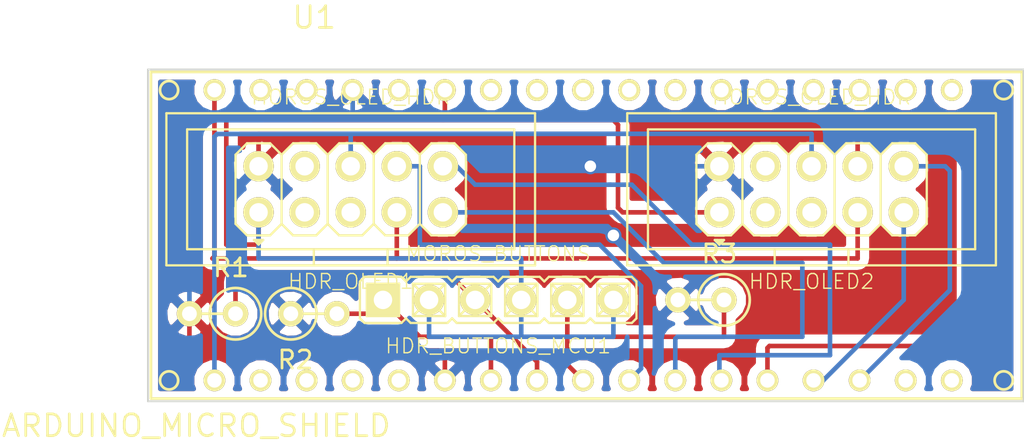
<source format=kicad_pcb>
(kicad_pcb (version 4) (host pcbnew 0.201412191901+5326~19~ubuntu14.04.1-product)

  (general
    (links 29)
    (no_connects 2)
    (area 148.285999 86.817999 196.646001 105.206001)
    (thickness 1.6)
    (drawings 4)
    (tracks 109)
    (zones 0)
    (modules 7)
    (nets 38)
  )

  (page A4)
  (layers
    (0 F.Cu signal)
    (31 B.Cu signal)
    (32 B.Adhes user)
    (33 F.Adhes user)
    (34 B.Paste user)
    (35 F.Paste user)
    (36 B.SilkS user)
    (37 F.SilkS user)
    (38 B.Mask user)
    (39 F.Mask user)
    (40 Dwgs.User user)
    (41 Cmts.User user)
    (42 Eco1.User user)
    (43 Eco2.User user)
    (44 Edge.Cuts user)
    (45 Margin user)
    (46 B.CrtYd user)
    (47 F.CrtYd user)
    (48 B.Fab user)
    (49 F.Fab user)
  )

  (setup
    (last_trace_width 0.254)
    (trace_clearance 0.254)
    (zone_clearance 0.508)
    (zone_45_only no)
    (trace_min 0.254)
    (segment_width 0.2)
    (edge_width 0.1)
    (via_size 0.889)
    (via_drill 0.635)
    (via_min_size 0.889)
    (via_min_drill 0.508)
    (uvia_size 0.508)
    (uvia_drill 0.127)
    (uvias_allowed no)
    (uvia_min_size 0.508)
    (uvia_min_drill 0.127)
    (pcb_text_width 0.3)
    (pcb_text_size 1.5 1.5)
    (mod_edge_width 0.15)
    (mod_text_size 1 1)
    (mod_text_width 0.15)
    (pad_size 1.5 1.5)
    (pad_drill 0.6)
    (pad_to_mask_clearance 0)
    (aux_axis_origin 0 0)
    (visible_elements FFFFFF7F)
    (pcbplotparams
      (layerselection 0x00030_80000001)
      (usegerberextensions false)
      (excludeedgelayer true)
      (linewidth 0.100000)
      (plotframeref false)
      (viasonmask false)
      (mode 1)
      (useauxorigin false)
      (hpglpennumber 1)
      (hpglpenspeed 20)
      (hpglpendiameter 15)
      (hpglpenoverlay 2)
      (psnegative false)
      (psa4output false)
      (plotreference true)
      (plotvalue true)
      (plotinvisibletext false)
      (padsonsilk false)
      (subtractmaskfromsilk false)
      (outputformat 1)
      (mirror false)
      (drillshape 1)
      (scaleselection 1)
      (outputdirectory ""))
  )

  (net 0 "")
  (net 1 /ToPly1Btn)
  (net 2 /ToPly2Btn)
  (net 3 /ToRstBtn)
  (net 4 +5V)
  (net 5 GND)
  (net 6 "Net-(HDR_OLED1-Pad3)")
  (net 7 "Net-(HDR_OLED1-Pad4)")
  (net 8 "Net-(HDR_OLED1-Pad5)")
  (net 9 /ToMOSI)
  (net 10 /ToSCK)
  (net 11 /ToCS1)
  (net 12 /ToDC1)
  (net 13 /ToRST1)
  (net 14 "Net-(HDR_OLED2-Pad3)")
  (net 15 "Net-(HDR_OLED2-Pad4)")
  (net 16 "Net-(HDR_OLED2-Pad5)")
  (net 17 /ToCS2)
  (net 18 /ToDC2)
  (net 19 /ToRST2)
  (net 20 "Net-(U1-PadMI)")
  (net 21 "Net-(U1-PadVI)")
  (net 22 "Net-(U1-PadRST)")
  (net 23 "Net-(U1-PadNC)")
  (net 24 "Net-(U1-PadA5)")
  (net 25 "Net-(U1-PadA4)")
  (net 26 "Net-(U1-PadA3)")
  (net 27 "Net-(U1-PadA2)")
  (net 28 "Net-(U1-PadA1)")
  (net 29 "Net-(U1-PadA0)")
  (net 30 "Net-(U1-PadAREF)")
  (net 31 "Net-(U1-Pad3.3V)")
  (net 32 "Net-(U1-Pad13)")
  (net 33 "Net-(U1-PadSS)")
  (net 34 "Net-(U1-PadTX)")
  (net 35 "Net-(U1-PadRX)")
  (net 36 "Net-(U1-Pad11)")
  (net 37 "Net-(U1-Pad12)")

  (net_class Default "This is the default net class."
    (clearance 0.254)
    (trace_width 0.254)
    (via_dia 0.889)
    (via_drill 0.635)
    (uvia_dia 0.508)
    (uvia_drill 0.127)
    (add_net +5V)
    (add_net /ToCS1)
    (add_net /ToCS2)
    (add_net /ToDC1)
    (add_net /ToDC2)
    (add_net /ToMOSI)
    (add_net /ToPly1Btn)
    (add_net /ToPly2Btn)
    (add_net /ToRST1)
    (add_net /ToRST2)
    (add_net /ToRstBtn)
    (add_net /ToSCK)
    (add_net GND)
    (add_net "Net-(HDR_OLED1-Pad3)")
    (add_net "Net-(HDR_OLED1-Pad4)")
    (add_net "Net-(HDR_OLED1-Pad5)")
    (add_net "Net-(HDR_OLED2-Pad3)")
    (add_net "Net-(HDR_OLED2-Pad4)")
    (add_net "Net-(HDR_OLED2-Pad5)")
    (add_net "Net-(U1-Pad11)")
    (add_net "Net-(U1-Pad12)")
    (add_net "Net-(U1-Pad13)")
    (add_net "Net-(U1-Pad3.3V)")
    (add_net "Net-(U1-PadA0)")
    (add_net "Net-(U1-PadA1)")
    (add_net "Net-(U1-PadA2)")
    (add_net "Net-(U1-PadA3)")
    (add_net "Net-(U1-PadA4)")
    (add_net "Net-(U1-PadA5)")
    (add_net "Net-(U1-PadAREF)")
    (add_net "Net-(U1-PadMI)")
    (add_net "Net-(U1-PadNC)")
    (add_net "Net-(U1-PadRST)")
    (add_net "Net-(U1-PadRX)")
    (add_net "Net-(U1-PadSS)")
    (add_net "Net-(U1-PadTX)")
    (add_net "Net-(U1-PadVI)")
  )

  (module ab2_header:AB2_HDR_F06-1V (layer F.Cu) (tedit 52AE7697) (tstamp 54975158)
    (at 167.64 99.568)
    (path /5494E034)
    (fp_text reference HDR_BUTTONS_MCU1 (at 0 2.54) (layer F.SilkS)
      (effects (font (size 0.8128 0.8128) (thickness 0.0762)))
    )
    (fp_text value MOROS_BUTTONS (at 0 -2.54) (layer F.SilkS)
      (effects (font (size 0.8128 0.8128) (thickness 0.0762)))
    )
    (fp_line (start -5.334 1.27) (end -7.366 1.27) (layer F.SilkS) (width 0.127))
    (fp_line (start -7.366 -1.27) (end -5.334 -1.27) (layer F.SilkS) (width 0.127))
    (fp_line (start -7.62 1.016) (end -7.62 -1.016) (layer F.SilkS) (width 0.127))
    (fp_line (start -6.858 0.508) (end -7.239 0.889) (layer F.SilkS) (width 0.127))
    (fp_line (start -5.842 0.508) (end -5.461 0.889) (layer F.SilkS) (width 0.127))
    (fp_line (start -5.842 -0.508) (end -5.461 -0.889) (layer F.SilkS) (width 0.127))
    (fp_line (start -6.858 -0.508) (end -7.239 -0.889) (layer F.SilkS) (width 0.127))
    (fp_line (start -7.239 -0.889) (end -5.461 -0.889) (layer F.SilkS) (width 0.127))
    (fp_line (start -5.461 -0.889) (end -5.461 0.889) (layer F.SilkS) (width 0.127))
    (fp_line (start -5.461 0.889) (end -7.239 0.889) (layer F.SilkS) (width 0.127))
    (fp_line (start -7.239 0.889) (end -7.239 -0.889) (layer F.SilkS) (width 0.127))
    (fp_line (start -5.842 -0.508) (end -5.842 0.508) (layer F.SilkS) (width 0.127))
    (fp_line (start -5.842 0.508) (end -6.858 0.508) (layer F.SilkS) (width 0.127))
    (fp_line (start -6.858 0.508) (end -6.858 -0.508) (layer F.SilkS) (width 0.127))
    (fp_line (start -6.858 -0.508) (end -5.842 -0.508) (layer F.SilkS) (width 0.127))
    (fp_line (start -5.334 -1.27) (end -5.08 -1.016) (layer F.SilkS) (width 0.127))
    (fp_line (start -5.08 1.016) (end -5.334 1.27) (layer F.SilkS) (width 0.127))
    (fp_line (start -7.366 1.27) (end -7.62 1.016) (layer F.SilkS) (width 0.127))
    (fp_line (start -7.62 -1.016) (end -7.366 -1.27) (layer F.SilkS) (width 0.127))
    (fp_line (start 7.62 1.016) (end 7.62 -1.016) (layer F.SilkS) (width 0.127))
    (fp_line (start 7.366 1.27) (end 5.334 1.27) (layer F.SilkS) (width 0.127))
    (fp_line (start 5.334 -1.27) (end 7.366 -1.27) (layer F.SilkS) (width 0.127))
    (fp_line (start 5.842 0.508) (end 5.461 0.889) (layer F.SilkS) (width 0.127))
    (fp_line (start 6.858 0.508) (end 7.239 0.889) (layer F.SilkS) (width 0.127))
    (fp_line (start 6.858 -0.508) (end 7.239 -0.889) (layer F.SilkS) (width 0.127))
    (fp_line (start 5.842 -0.508) (end 5.461 -0.889) (layer F.SilkS) (width 0.127))
    (fp_line (start 5.461 -0.889) (end 7.239 -0.889) (layer F.SilkS) (width 0.127))
    (fp_line (start 7.239 -0.889) (end 7.239 0.889) (layer F.SilkS) (width 0.127))
    (fp_line (start 7.239 0.889) (end 5.461 0.889) (layer F.SilkS) (width 0.127))
    (fp_line (start 5.461 0.889) (end 5.461 -0.889) (layer F.SilkS) (width 0.127))
    (fp_line (start 6.858 -0.508) (end 6.858 0.508) (layer F.SilkS) (width 0.127))
    (fp_line (start 6.858 0.508) (end 5.842 0.508) (layer F.SilkS) (width 0.127))
    (fp_line (start 5.842 0.508) (end 5.842 -0.508) (layer F.SilkS) (width 0.127))
    (fp_line (start 5.842 -0.508) (end 6.858 -0.508) (layer F.SilkS) (width 0.127))
    (fp_line (start 7.366 -1.27) (end 7.62 -1.016) (layer F.SilkS) (width 0.127))
    (fp_line (start 7.62 1.016) (end 7.366 1.27) (layer F.SilkS) (width 0.127))
    (fp_line (start 5.334 1.27) (end 5.08 1.016) (layer F.SilkS) (width 0.127))
    (fp_line (start 5.08 -1.016) (end 5.334 -1.27) (layer F.SilkS) (width 0.127))
    (fp_line (start -2.794 1.27) (end -4.826 1.27) (layer F.SilkS) (width 0.127))
    (fp_line (start -4.826 -1.27) (end -2.794 -1.27) (layer F.SilkS) (width 0.127))
    (fp_line (start -4.318 0.508) (end -4.699 0.889) (layer F.SilkS) (width 0.127))
    (fp_line (start -3.302 0.508) (end -2.921 0.889) (layer F.SilkS) (width 0.127))
    (fp_line (start -3.302 -0.508) (end -2.921 -0.889) (layer F.SilkS) (width 0.127))
    (fp_line (start -4.318 -0.508) (end -4.699 -0.889) (layer F.SilkS) (width 0.127))
    (fp_line (start -4.699 -0.889) (end -2.921 -0.889) (layer F.SilkS) (width 0.127))
    (fp_line (start -2.921 -0.889) (end -2.921 0.889) (layer F.SilkS) (width 0.127))
    (fp_line (start -2.921 0.889) (end -4.699 0.889) (layer F.SilkS) (width 0.127))
    (fp_line (start -4.699 0.889) (end -4.699 -0.889) (layer F.SilkS) (width 0.127))
    (fp_line (start -3.302 -0.508) (end -3.302 0.508) (layer F.SilkS) (width 0.127))
    (fp_line (start -3.302 0.508) (end -4.318 0.508) (layer F.SilkS) (width 0.127))
    (fp_line (start -4.318 0.508) (end -4.318 -0.508) (layer F.SilkS) (width 0.127))
    (fp_line (start -4.318 -0.508) (end -3.302 -0.508) (layer F.SilkS) (width 0.127))
    (fp_line (start -2.794 -1.27) (end -2.54 -1.016) (layer F.SilkS) (width 0.127))
    (fp_line (start -2.54 1.016) (end -2.794 1.27) (layer F.SilkS) (width 0.127))
    (fp_line (start -4.826 1.27) (end -5.08 1.016) (layer F.SilkS) (width 0.127))
    (fp_line (start -5.08 -1.016) (end -4.826 -1.27) (layer F.SilkS) (width 0.127))
    (fp_line (start 4.826 1.27) (end 2.794 1.27) (layer F.SilkS) (width 0.127))
    (fp_line (start 2.794 -1.27) (end 4.826 -1.27) (layer F.SilkS) (width 0.127))
    (fp_line (start 3.302 0.508) (end 2.921 0.889) (layer F.SilkS) (width 0.127))
    (fp_line (start 4.318 0.508) (end 4.699 0.889) (layer F.SilkS) (width 0.127))
    (fp_line (start 4.318 -0.508) (end 4.699 -0.889) (layer F.SilkS) (width 0.127))
    (fp_line (start 3.302 -0.508) (end 2.921 -0.889) (layer F.SilkS) (width 0.127))
    (fp_line (start 2.921 -0.889) (end 4.699 -0.889) (layer F.SilkS) (width 0.127))
    (fp_line (start 4.699 -0.889) (end 4.699 0.889) (layer F.SilkS) (width 0.127))
    (fp_line (start 4.699 0.889) (end 2.921 0.889) (layer F.SilkS) (width 0.127))
    (fp_line (start 2.921 0.889) (end 2.921 -0.889) (layer F.SilkS) (width 0.127))
    (fp_line (start 4.318 -0.508) (end 4.318 0.508) (layer F.SilkS) (width 0.127))
    (fp_line (start 4.318 0.508) (end 3.302 0.508) (layer F.SilkS) (width 0.127))
    (fp_line (start 3.302 0.508) (end 3.302 -0.508) (layer F.SilkS) (width 0.127))
    (fp_line (start 3.302 -0.508) (end 4.318 -0.508) (layer F.SilkS) (width 0.127))
    (fp_line (start 4.826 -1.27) (end 5.08 -1.016) (layer F.SilkS) (width 0.127))
    (fp_line (start 5.08 1.016) (end 4.826 1.27) (layer F.SilkS) (width 0.127))
    (fp_line (start 2.794 1.27) (end 2.54 1.016) (layer F.SilkS) (width 0.127))
    (fp_line (start 2.54 -1.016) (end 2.794 -1.27) (layer F.SilkS) (width 0.127))
    (fp_line (start 2.286 1.27) (end 0.254 1.27) (layer F.SilkS) (width 0.127))
    (fp_line (start 0.254 -1.27) (end 2.286 -1.27) (layer F.SilkS) (width 0.127))
    (fp_line (start 0.762 0.508) (end 0.381 0.889) (layer F.SilkS) (width 0.127))
    (fp_line (start 1.778 0.508) (end 2.159 0.889) (layer F.SilkS) (width 0.127))
    (fp_line (start 1.778 -0.508) (end 2.159 -0.889) (layer F.SilkS) (width 0.127))
    (fp_line (start 0.762 -0.508) (end 0.381 -0.889) (layer F.SilkS) (width 0.127))
    (fp_line (start 0.381 -0.889) (end 2.159 -0.889) (layer F.SilkS) (width 0.127))
    (fp_line (start 2.159 -0.889) (end 2.159 0.889) (layer F.SilkS) (width 0.127))
    (fp_line (start 2.159 0.889) (end 0.381 0.889) (layer F.SilkS) (width 0.127))
    (fp_line (start 0.381 0.889) (end 0.381 -0.889) (layer F.SilkS) (width 0.127))
    (fp_line (start 1.778 -0.508) (end 1.778 0.508) (layer F.SilkS) (width 0.127))
    (fp_line (start 1.778 0.508) (end 0.762 0.508) (layer F.SilkS) (width 0.127))
    (fp_line (start 0.762 0.508) (end 0.762 -0.508) (layer F.SilkS) (width 0.127))
    (fp_line (start 0.762 -0.508) (end 1.778 -0.508) (layer F.SilkS) (width 0.127))
    (fp_line (start 2.286 -1.27) (end 2.54 -1.016) (layer F.SilkS) (width 0.127))
    (fp_line (start 2.54 1.016) (end 2.286 1.27) (layer F.SilkS) (width 0.127))
    (fp_line (start 0.254 1.27) (end 0 1.016) (layer F.SilkS) (width 0.127))
    (fp_line (start 0 -1.016) (end 0.254 -1.27) (layer F.SilkS) (width 0.127))
    (fp_line (start -0.254 1.27) (end -2.286 1.27) (layer F.SilkS) (width 0.127))
    (fp_line (start -2.286 -1.27) (end -0.254 -1.27) (layer F.SilkS) (width 0.127))
    (fp_line (start -1.778 0.508) (end -2.159 0.889) (layer F.SilkS) (width 0.127))
    (fp_line (start -0.762 0.508) (end -0.381 0.889) (layer F.SilkS) (width 0.127))
    (fp_line (start -0.762 -0.508) (end -0.381 -0.889) (layer F.SilkS) (width 0.127))
    (fp_line (start -1.778 -0.508) (end -2.159 -0.889) (layer F.SilkS) (width 0.127))
    (fp_line (start -2.159 -0.889) (end -0.381 -0.889) (layer F.SilkS) (width 0.127))
    (fp_line (start -0.381 -0.889) (end -0.381 0.889) (layer F.SilkS) (width 0.127))
    (fp_line (start -0.381 0.889) (end -2.159 0.889) (layer F.SilkS) (width 0.127))
    (fp_line (start -2.159 0.889) (end -2.159 -0.889) (layer F.SilkS) (width 0.127))
    (fp_line (start -0.762 -0.508) (end -0.762 0.508) (layer F.SilkS) (width 0.127))
    (fp_line (start -0.762 0.508) (end -1.778 0.508) (layer F.SilkS) (width 0.127))
    (fp_line (start -1.778 0.508) (end -1.778 -0.508) (layer F.SilkS) (width 0.127))
    (fp_line (start -1.778 -0.508) (end -0.762 -0.508) (layer F.SilkS) (width 0.127))
    (fp_line (start -0.254 -1.27) (end 0 -1.016) (layer F.SilkS) (width 0.127))
    (fp_line (start 0 1.016) (end -0.254 1.27) (layer F.SilkS) (width 0.127))
    (fp_line (start -2.286 1.27) (end -2.54 1.016) (layer F.SilkS) (width 0.127))
    (fp_line (start -2.54 -1.016) (end -2.286 -1.27) (layer F.SilkS) (width 0.127))
    (pad 1 thru_hole rect (at -6.35 0) (size 1.6764 1.6764) (drill 1.016) (layers *.Cu *.Mask F.SilkS)
      (net 1 /ToPly1Btn))
    (pad 2 thru_hole circle (at -3.81 0) (size 1.6764 1.6764) (drill 1.016) (layers *.Cu *.Mask F.SilkS)
      (net 4 +5V))
    (pad 3 thru_hole circle (at -1.27 0) (size 1.6764 1.6764) (drill 1.016) (layers *.Cu *.Mask F.SilkS)
      (net 2 /ToPly2Btn))
    (pad 4 thru_hole circle (at 1.27 0) (size 1.6764 1.6764) (drill 1.016) (layers *.Cu *.Mask F.SilkS)
      (net 4 +5V))
    (pad 5 thru_hole circle (at 3.81 0) (size 1.6764 1.6764) (drill 1.016) (layers *.Cu *.Mask F.SilkS)
      (net 3 /ToRstBtn))
    (pad 6 thru_hole circle (at 6.35 0) (size 1.6764 1.6764) (drill 1.016) (layers *.Cu *.Mask F.SilkS)
      (net 4 +5V))
    (model ab2_header/AB2_HDR_M01-1V.x3d
      (at (xyz -0.25 0 0))
      (scale (xyz 0.3937 0.3937 0.3937))
      (rotate (xyz 0 0 0))
    )
    (model ab2_header/AB2_HDR_M01-1V.x3d
      (at (xyz -0.15 0 0))
      (scale (xyz 0.3937 0.3937 0.3937))
      (rotate (xyz 0 0 0))
    )
    (model ab2_header/AB2_HDR_M01-1V.x3d
      (at (xyz -0.05 0 0))
      (scale (xyz 0.3937 0.3937 0.3937))
      (rotate (xyz 0 0 0))
    )
    (model ab2_header/AB2_HDR_M01-1V.x3d
      (at (xyz 0.05 0 0))
      (scale (xyz 0.3937 0.3937 0.3937))
      (rotate (xyz 0 0 0))
    )
    (model ab2_header/AB2_HDR_M01-1V.x3d
      (at (xyz 0.15 0 0))
      (scale (xyz 0.3937 0.3937 0.3937))
      (rotate (xyz 0 0 0))
    )
    (model ab2_header/AB2_HDR_M01-1V.x3d
      (at (xyz 0.25 0 0))
      (scale (xyz 0.3937 0.3937 0.3937))
      (rotate (xyz 0 0 0))
    )
  )

  (module ab2_idc:AB2_HDR_M05-2V-S (layer F.Cu) (tedit 52F30B5C) (tstamp 54975166)
    (at 159.512 93.472)
    (path /5494DF76)
    (fp_text reference HDR_OLED1 (at 0 5.08) (layer F.SilkS)
      (effects (font (size 0.8128 0.8128) (thickness 0.0762)))
    )
    (fp_text value MOROS_OLED_HDR (at 0 -5.08) (layer F.SilkS)
      (effects (font (size 0.8128 0.8128) (thickness 0.0762)))
    )
    (fp_line (start 2.032 3.302) (end 2.032 4.191) (layer F.SilkS) (width 0.127))
    (fp_line (start -2.032 3.302) (end -2.032 4.191) (layer F.SilkS) (width 0.127))
    (fp_line (start -4.953 2.794) (end -5.08 2.921) (layer F.SilkS) (width 0.127))
    (fp_line (start -5.207 2.794) (end -5.08 2.921) (layer F.SilkS) (width 0.127))
    (fp_line (start -5.334 2.794) (end -5.08 3.048) (layer F.SilkS) (width 0.127))
    (fp_line (start -5.08 3.048) (end -4.826 2.794) (layer F.SilkS) (width 0.127))
    (fp_line (start -4.826 2.794) (end -5.334 2.794) (layer F.SilkS) (width 0.127))
    (fp_line (start 9.017 -3.302) (end -9.017 -3.302) (layer F.SilkS) (width 0.127))
    (fp_line (start -9.017 -3.302) (end -9.017 3.302) (layer F.SilkS) (width 0.127))
    (fp_line (start -9.017 3.302) (end 9.017 3.302) (layer F.SilkS) (width 0.127))
    (fp_line (start 9.017 3.302) (end 9.017 -3.302) (layer F.SilkS) (width 0.127))
    (fp_line (start 10.16 -4.191) (end -10.16 -4.191) (layer F.SilkS) (width 0.127))
    (fp_line (start -10.16 -4.191) (end -10.16 4.191) (layer F.SilkS) (width 0.127))
    (fp_line (start -10.16 4.191) (end 10.16 4.191) (layer F.SilkS) (width 0.127))
    (fp_line (start 10.16 4.191) (end 10.16 -4.191) (layer F.SilkS) (width 0.127))
    (fp_line (start 3.81 -1.905) (end 4.445 -2.54) (layer F.SilkS) (width 0.127))
    (fp_line (start 4.445 -2.54) (end 5.715 -2.54) (layer F.SilkS) (width 0.127))
    (fp_line (start 5.715 -2.54) (end 6.35 -1.905) (layer F.SilkS) (width 0.127))
    (fp_line (start 6.35 -1.905) (end 6.35 1.905) (layer F.SilkS) (width 0.127))
    (fp_line (start 6.35 1.905) (end 5.715 2.54) (layer F.SilkS) (width 0.127))
    (fp_line (start 5.715 2.54) (end 4.445 2.54) (layer F.SilkS) (width 0.127))
    (fp_line (start 4.445 2.54) (end 3.81 1.905) (layer F.SilkS) (width 0.127))
    (fp_line (start 1.27 -1.905) (end 1.905 -2.54) (layer F.SilkS) (width 0.127))
    (fp_line (start 1.905 -2.54) (end 3.175 -2.54) (layer F.SilkS) (width 0.127))
    (fp_line (start 3.175 -2.54) (end 3.81 -1.905) (layer F.SilkS) (width 0.127))
    (fp_line (start 3.81 -1.905) (end 3.81 1.905) (layer F.SilkS) (width 0.127))
    (fp_line (start 3.81 1.905) (end 3.175 2.54) (layer F.SilkS) (width 0.127))
    (fp_line (start 3.175 2.54) (end 1.905 2.54) (layer F.SilkS) (width 0.127))
    (fp_line (start 1.905 2.54) (end 1.27 1.905) (layer F.SilkS) (width 0.127))
    (fp_line (start -1.27 -1.905) (end -0.635 -2.54) (layer F.SilkS) (width 0.127))
    (fp_line (start -0.635 -2.54) (end 0.635 -2.54) (layer F.SilkS) (width 0.127))
    (fp_line (start 0.635 -2.54) (end 1.27 -1.905) (layer F.SilkS) (width 0.127))
    (fp_line (start 1.27 -1.905) (end 1.27 1.905) (layer F.SilkS) (width 0.127))
    (fp_line (start 1.27 1.905) (end 0.635 2.54) (layer F.SilkS) (width 0.127))
    (fp_line (start 0.635 2.54) (end -0.635 2.54) (layer F.SilkS) (width 0.127))
    (fp_line (start -0.635 2.54) (end -1.27 1.905) (layer F.SilkS) (width 0.127))
    (fp_line (start -3.81 -1.905) (end -3.175 -2.54) (layer F.SilkS) (width 0.127))
    (fp_line (start -3.175 -2.54) (end -1.905 -2.54) (layer F.SilkS) (width 0.127))
    (fp_line (start -1.905 -2.54) (end -1.27 -1.905) (layer F.SilkS) (width 0.127))
    (fp_line (start -1.27 -1.905) (end -1.27 1.905) (layer F.SilkS) (width 0.127))
    (fp_line (start -1.27 1.905) (end -1.905 2.54) (layer F.SilkS) (width 0.127))
    (fp_line (start -1.905 2.54) (end -3.175 2.54) (layer F.SilkS) (width 0.127))
    (fp_line (start -3.175 2.54) (end -3.81 1.905) (layer F.SilkS) (width 0.127))
    (fp_line (start -5.715 2.54) (end -6.35 1.905) (layer F.SilkS) (width 0.127))
    (fp_line (start -6.35 1.905) (end -6.35 -1.905) (layer F.SilkS) (width 0.127))
    (fp_line (start -6.35 -1.905) (end -5.715 -2.54) (layer F.SilkS) (width 0.127))
    (fp_line (start -5.715 -2.54) (end -4.445 -2.54) (layer F.SilkS) (width 0.127))
    (fp_line (start -4.445 -2.54) (end -3.81 -1.905) (layer F.SilkS) (width 0.127))
    (fp_line (start -3.81 -1.905) (end -3.81 1.905) (layer F.SilkS) (width 0.127))
    (fp_line (start -3.81 1.905) (end -4.445 2.54) (layer F.SilkS) (width 0.127))
    (fp_line (start -4.445 2.54) (end -5.715 2.54) (layer F.SilkS) (width 0.127))
    (pad 1 thru_hole circle (at -5.08 1.27) (size 1.6764 1.6764) (drill 1.016) (layers *.Cu *.Mask F.SilkS)
      (net 4 +5V))
    (pad 2 thru_hole circle (at -5.08 -1.27) (size 1.6764 1.6764) (drill 1.016) (layers *.Cu *.Mask F.SilkS)
      (net 5 GND))
    (pad 3 thru_hole circle (at -2.54 1.27) (size 1.6764 1.6764) (drill 1.016) (layers *.Cu *.Mask F.SilkS)
      (net 6 "Net-(HDR_OLED1-Pad3)"))
    (pad 4 thru_hole circle (at -2.54 -1.27) (size 1.6764 1.6764) (drill 1.016) (layers *.Cu *.Mask F.SilkS)
      (net 7 "Net-(HDR_OLED1-Pad4)"))
    (pad 5 thru_hole circle (at 0 1.27) (size 1.6764 1.6764) (drill 1.016) (layers *.Cu *.Mask F.SilkS)
      (net 8 "Net-(HDR_OLED1-Pad5)"))
    (pad 6 thru_hole circle (at 0 -1.27) (size 1.6764 1.6764) (drill 1.016) (layers *.Cu *.Mask F.SilkS)
      (net 9 /ToMOSI))
    (pad 7 thru_hole circle (at 2.54 1.27) (size 1.6764 1.6764) (drill 1.016) (layers *.Cu *.Mask F.SilkS)
      (net 10 /ToSCK))
    (pad 8 thru_hole circle (at 2.54 -1.27) (size 1.6764 1.6764) (drill 1.016) (layers *.Cu *.Mask F.SilkS)
      (net 11 /ToCS1))
    (pad 9 thru_hole circle (at 5.08 1.27) (size 1.6764 1.6764) (drill 1.016) (layers *.Cu *.Mask F.SilkS)
      (net 12 /ToDC1))
    (pad 10 thru_hole circle (at 5.08 -1.27) (size 1.6764 1.6764) (drill 1.016) (layers *.Cu *.Mask F.SilkS)
      (net 13 /ToRST1))
    (model ab2_idc/AB2_HDR_M05-2V-S-3M.x3d
      (at (xyz 0 0 0))
      (scale (xyz 0.3937 0.3937 0.3937))
      (rotate (xyz 0 0 0))
    )
  )

  (module ab2_idc:AB2_HDR_M05-2V-S (layer F.Cu) (tedit 52F30B5C) (tstamp 54975174)
    (at 184.912 93.472)
    (path /5494DF85)
    (fp_text reference HDR_OLED2 (at 0 5.08) (layer F.SilkS)
      (effects (font (size 0.8128 0.8128) (thickness 0.0762)))
    )
    (fp_text value MOROS_OLED_HDR (at 0 -5.08) (layer F.SilkS)
      (effects (font (size 0.8128 0.8128) (thickness 0.0762)))
    )
    (fp_line (start 2.032 3.302) (end 2.032 4.191) (layer F.SilkS) (width 0.127))
    (fp_line (start -2.032 3.302) (end -2.032 4.191) (layer F.SilkS) (width 0.127))
    (fp_line (start -4.953 2.794) (end -5.08 2.921) (layer F.SilkS) (width 0.127))
    (fp_line (start -5.207 2.794) (end -5.08 2.921) (layer F.SilkS) (width 0.127))
    (fp_line (start -5.334 2.794) (end -5.08 3.048) (layer F.SilkS) (width 0.127))
    (fp_line (start -5.08 3.048) (end -4.826 2.794) (layer F.SilkS) (width 0.127))
    (fp_line (start -4.826 2.794) (end -5.334 2.794) (layer F.SilkS) (width 0.127))
    (fp_line (start 9.017 -3.302) (end -9.017 -3.302) (layer F.SilkS) (width 0.127))
    (fp_line (start -9.017 -3.302) (end -9.017 3.302) (layer F.SilkS) (width 0.127))
    (fp_line (start -9.017 3.302) (end 9.017 3.302) (layer F.SilkS) (width 0.127))
    (fp_line (start 9.017 3.302) (end 9.017 -3.302) (layer F.SilkS) (width 0.127))
    (fp_line (start 10.16 -4.191) (end -10.16 -4.191) (layer F.SilkS) (width 0.127))
    (fp_line (start -10.16 -4.191) (end -10.16 4.191) (layer F.SilkS) (width 0.127))
    (fp_line (start -10.16 4.191) (end 10.16 4.191) (layer F.SilkS) (width 0.127))
    (fp_line (start 10.16 4.191) (end 10.16 -4.191) (layer F.SilkS) (width 0.127))
    (fp_line (start 3.81 -1.905) (end 4.445 -2.54) (layer F.SilkS) (width 0.127))
    (fp_line (start 4.445 -2.54) (end 5.715 -2.54) (layer F.SilkS) (width 0.127))
    (fp_line (start 5.715 -2.54) (end 6.35 -1.905) (layer F.SilkS) (width 0.127))
    (fp_line (start 6.35 -1.905) (end 6.35 1.905) (layer F.SilkS) (width 0.127))
    (fp_line (start 6.35 1.905) (end 5.715 2.54) (layer F.SilkS) (width 0.127))
    (fp_line (start 5.715 2.54) (end 4.445 2.54) (layer F.SilkS) (width 0.127))
    (fp_line (start 4.445 2.54) (end 3.81 1.905) (layer F.SilkS) (width 0.127))
    (fp_line (start 1.27 -1.905) (end 1.905 -2.54) (layer F.SilkS) (width 0.127))
    (fp_line (start 1.905 -2.54) (end 3.175 -2.54) (layer F.SilkS) (width 0.127))
    (fp_line (start 3.175 -2.54) (end 3.81 -1.905) (layer F.SilkS) (width 0.127))
    (fp_line (start 3.81 -1.905) (end 3.81 1.905) (layer F.SilkS) (width 0.127))
    (fp_line (start 3.81 1.905) (end 3.175 2.54) (layer F.SilkS) (width 0.127))
    (fp_line (start 3.175 2.54) (end 1.905 2.54) (layer F.SilkS) (width 0.127))
    (fp_line (start 1.905 2.54) (end 1.27 1.905) (layer F.SilkS) (width 0.127))
    (fp_line (start -1.27 -1.905) (end -0.635 -2.54) (layer F.SilkS) (width 0.127))
    (fp_line (start -0.635 -2.54) (end 0.635 -2.54) (layer F.SilkS) (width 0.127))
    (fp_line (start 0.635 -2.54) (end 1.27 -1.905) (layer F.SilkS) (width 0.127))
    (fp_line (start 1.27 -1.905) (end 1.27 1.905) (layer F.SilkS) (width 0.127))
    (fp_line (start 1.27 1.905) (end 0.635 2.54) (layer F.SilkS) (width 0.127))
    (fp_line (start 0.635 2.54) (end -0.635 2.54) (layer F.SilkS) (width 0.127))
    (fp_line (start -0.635 2.54) (end -1.27 1.905) (layer F.SilkS) (width 0.127))
    (fp_line (start -3.81 -1.905) (end -3.175 -2.54) (layer F.SilkS) (width 0.127))
    (fp_line (start -3.175 -2.54) (end -1.905 -2.54) (layer F.SilkS) (width 0.127))
    (fp_line (start -1.905 -2.54) (end -1.27 -1.905) (layer F.SilkS) (width 0.127))
    (fp_line (start -1.27 -1.905) (end -1.27 1.905) (layer F.SilkS) (width 0.127))
    (fp_line (start -1.27 1.905) (end -1.905 2.54) (layer F.SilkS) (width 0.127))
    (fp_line (start -1.905 2.54) (end -3.175 2.54) (layer F.SilkS) (width 0.127))
    (fp_line (start -3.175 2.54) (end -3.81 1.905) (layer F.SilkS) (width 0.127))
    (fp_line (start -5.715 2.54) (end -6.35 1.905) (layer F.SilkS) (width 0.127))
    (fp_line (start -6.35 1.905) (end -6.35 -1.905) (layer F.SilkS) (width 0.127))
    (fp_line (start -6.35 -1.905) (end -5.715 -2.54) (layer F.SilkS) (width 0.127))
    (fp_line (start -5.715 -2.54) (end -4.445 -2.54) (layer F.SilkS) (width 0.127))
    (fp_line (start -4.445 -2.54) (end -3.81 -1.905) (layer F.SilkS) (width 0.127))
    (fp_line (start -3.81 -1.905) (end -3.81 1.905) (layer F.SilkS) (width 0.127))
    (fp_line (start -3.81 1.905) (end -4.445 2.54) (layer F.SilkS) (width 0.127))
    (fp_line (start -4.445 2.54) (end -5.715 2.54) (layer F.SilkS) (width 0.127))
    (pad 1 thru_hole circle (at -5.08 1.27) (size 1.6764 1.6764) (drill 1.016) (layers *.Cu *.Mask F.SilkS)
      (net 4 +5V))
    (pad 2 thru_hole circle (at -5.08 -1.27) (size 1.6764 1.6764) (drill 1.016) (layers *.Cu *.Mask F.SilkS)
      (net 5 GND))
    (pad 3 thru_hole circle (at -2.54 1.27) (size 1.6764 1.6764) (drill 1.016) (layers *.Cu *.Mask F.SilkS)
      (net 14 "Net-(HDR_OLED2-Pad3)"))
    (pad 4 thru_hole circle (at -2.54 -1.27) (size 1.6764 1.6764) (drill 1.016) (layers *.Cu *.Mask F.SilkS)
      (net 15 "Net-(HDR_OLED2-Pad4)"))
    (pad 5 thru_hole circle (at 0 1.27) (size 1.6764 1.6764) (drill 1.016) (layers *.Cu *.Mask F.SilkS)
      (net 16 "Net-(HDR_OLED2-Pad5)"))
    (pad 6 thru_hole circle (at 0 -1.27) (size 1.6764 1.6764) (drill 1.016) (layers *.Cu *.Mask F.SilkS)
      (net 9 /ToMOSI))
    (pad 7 thru_hole circle (at 2.54 1.27) (size 1.6764 1.6764) (drill 1.016) (layers *.Cu *.Mask F.SilkS)
      (net 10 /ToSCK))
    (pad 8 thru_hole circle (at 2.54 -1.27) (size 1.6764 1.6764) (drill 1.016) (layers *.Cu *.Mask F.SilkS)
      (net 17 /ToCS2))
    (pad 9 thru_hole circle (at 5.08 1.27) (size 1.6764 1.6764) (drill 1.016) (layers *.Cu *.Mask F.SilkS)
      (net 18 /ToDC2))
    (pad 10 thru_hole circle (at 5.08 -1.27) (size 1.6764 1.6764) (drill 1.016) (layers *.Cu *.Mask F.SilkS)
      (net 19 /ToRST2))
    (model ab2_idc/AB2_HDR_M05-2V-S-3M.x3d
      (at (xyz 0 0 0))
      (scale (xyz 0.3937 0.3937 0.3937))
      (rotate (xyz 0 0 0))
    )
  )

  (module Discret:R1 (layer F.Cu) (tedit 54975138) (tstamp 5497AAB3)
    (at 151.892 100.33 180)
    (descr "Resistance verticale")
    (tags R)
    (path /5494D85F)
    (autoplace_cost90 10)
    (autoplace_cost180 10)
    (fp_text reference R1 (at -1.016 2.54 180) (layer F.SilkS)
      (effects (font (size 1 1) (thickness 0.15)))
    )
    (fp_text value 10k (at -1.143 2.54 180) (layer F.SilkS) hide
      (effects (font (size 1 1) (thickness 0.15)))
    )
    (fp_line (start -1.27 0) (end 1.27 0) (layer F.SilkS) (width 0.15))
    (fp_circle (center -1.27 0) (end -0.635 1.27) (layer F.SilkS) (width 0.15))
    (pad 1 thru_hole circle (at -1.27 0 180) (size 1.397 1.397) (drill 0.8128) (layers *.Cu *.Mask F.SilkS)
      (net 2 /ToPly2Btn))
    (pad 2 thru_hole circle (at 1.27 0 180) (size 1.397 1.397) (drill 0.8128) (layers *.Cu *.Mask F.SilkS)
      (net 5 GND))
    (model Discret/R1.wrl
      (at (xyz 0 0 0))
      (scale (xyz 1 1 1))
      (rotate (xyz 0 0 0))
    )
  )

  (module Discret:R1 (layer F.Cu) (tedit 54975138) (tstamp 5497AAC6)
    (at 157.48 100.33)
    (descr "Resistance verticale")
    (tags R)
    (path /5494D86E)
    (autoplace_cost90 10)
    (autoplace_cost180 10)
    (fp_text reference R2 (at -1.016 2.54) (layer F.SilkS)
      (effects (font (size 1 1) (thickness 0.15)))
    )
    (fp_text value 10k (at -1.143 2.54) (layer F.SilkS) hide
      (effects (font (size 1 1) (thickness 0.15)))
    )
    (fp_line (start -1.27 0) (end 1.27 0) (layer F.SilkS) (width 0.15))
    (fp_circle (center -1.27 0) (end -0.635 1.27) (layer F.SilkS) (width 0.15))
    (pad 1 thru_hole circle (at -1.27 0) (size 1.397 1.397) (drill 0.8128) (layers *.Cu *.Mask F.SilkS)
      (net 5 GND))
    (pad 2 thru_hole circle (at 1.27 0) (size 1.397 1.397) (drill 0.8128) (layers *.Cu *.Mask F.SilkS)
      (net 1 /ToPly1Btn))
    (model Discret/R1.wrl
      (at (xyz 0 0 0))
      (scale (xyz 1 1 1))
      (rotate (xyz 0 0 0))
    )
  )

  (module Discret:R1 (layer F.Cu) (tedit 54975138) (tstamp 54975186)
    (at 178.816 99.568 180)
    (descr "Resistance verticale")
    (tags R)
    (path /54950939)
    (autoplace_cost90 10)
    (autoplace_cost180 10)
    (fp_text reference R3 (at -1.016 2.54 180) (layer F.SilkS)
      (effects (font (size 1 1) (thickness 0.15)))
    )
    (fp_text value 10k (at -1.143 2.54 180) (layer F.SilkS) hide
      (effects (font (size 1 1) (thickness 0.15)))
    )
    (fp_line (start -1.27 0) (end 1.27 0) (layer F.SilkS) (width 0.15))
    (fp_circle (center -1.27 0) (end -0.635 1.27) (layer F.SilkS) (width 0.15))
    (pad 1 thru_hole circle (at -1.27 0 180) (size 1.397 1.397) (drill 0.8128) (layers *.Cu *.Mask F.SilkS)
      (net 3 /ToRstBtn))
    (pad 2 thru_hole circle (at 1.27 0 180) (size 1.397 1.397) (drill 0.8128) (layers *.Cu *.Mask F.SilkS)
      (net 5 GND))
    (model Discret/R1.wrl
      (at (xyz 0 0 0))
      (scale (xyz 1 1 1))
      (rotate (xyz 0 0 0))
    )
  )

  (module micro:ARDUINO_MICRO_SHIELD (layer F.Cu) (tedit 549621CF) (tstamp 549751AC)
    (at 148.5011 105.0036)
    (tags "ARDUINO, MICRO")
    (path /54968518)
    (fp_text reference U1 (at 9 -21) (layer F.SilkS)
      (effects (font (size 1.2 1.2) (thickness 0.15)))
    )
    (fp_text value ARDUINO_MICRO_SHIELD (at 2.5 1.5) (layer F.SilkS)
      (effects (font (size 1.2 1.2) (thickness 0.15)))
    )
    (fp_circle (center 1 -1) (end 1.5 -1) (layer F.SilkS) (width 0.15))
    (fp_circle (center 1 -17) (end 1.5 -17) (layer F.SilkS) (width 0.15))
    (fp_circle (center 47 -1) (end 47.5 -1) (layer F.SilkS) (width 0.15))
    (fp_circle (center 47 -17) (end 47.5 -17) (layer F.SilkS) (width 0.15))
    (fp_line (start 0 -18) (end 48 -18) (layer F.SilkS) (width 0.15))
    (fp_line (start 48 -18) (end 48 0) (layer F.SilkS) (width 0.15))
    (fp_line (start 48 0) (end 0 0) (layer F.SilkS) (width 0.15))
    (fp_line (start 0 0) (end 0 -18) (layer F.SilkS) (width 0.15))
    (pad SCK thru_hole circle (at 3.5 -17) (size 1.2 1.2) (drill 0.8) (layers *.Cu *.Mask F.SilkS)
      (net 10 /ToSCK))
    (pad MI thru_hole circle (at 6.04 -17) (size 1.2 1.2) (drill 0.8) (layers *.Cu *.Mask F.SilkS)
      (net 20 "Net-(U1-PadMI)"))
    (pad VI thru_hole circle (at 8.58 -17) (size 1.2 1.2) (drill 0.8) (layers *.Cu *.Mask F.SilkS)
      (net 21 "Net-(U1-PadVI)"))
    (pad GND thru_hole circle (at 11.12 -17) (size 1.2 1.2) (drill 0.8) (layers *.Cu *.Mask F.SilkS)
      (net 5 GND))
    (pad RST thru_hole circle (at 13.66 -17) (size 1.2 1.2) (drill 0.8) (layers *.Cu *.Mask F.SilkS)
      (net 22 "Net-(U1-PadRST)"))
    (pad 5V thru_hole circle (at 16.2 -17) (size 1.2 1.2) (drill 0.8) (layers *.Cu *.Mask F.SilkS)
      (net 4 +5V))
    (pad NC thru_hole circle (at 18.74 -17) (size 1.2 1.2) (drill 0.8) (layers *.Cu *.Mask F.SilkS)
      (net 23 "Net-(U1-PadNC)"))
    (pad NC thru_hole circle (at 21.28 -17) (size 1.2 1.2) (drill 0.8) (layers *.Cu *.Mask F.SilkS)
      (net 23 "Net-(U1-PadNC)"))
    (pad A5 thru_hole circle (at 23.82 -17) (size 1.2 1.2) (drill 0.8) (layers *.Cu *.Mask F.SilkS)
      (net 24 "Net-(U1-PadA5)"))
    (pad A4 thru_hole circle (at 26.36 -17) (size 1.2 1.2) (drill 0.8) (layers *.Cu *.Mask F.SilkS)
      (net 25 "Net-(U1-PadA4)"))
    (pad A3 thru_hole circle (at 28.9 -17) (size 1.2 1.2) (drill 0.8) (layers *.Cu *.Mask F.SilkS)
      (net 26 "Net-(U1-PadA3)"))
    (pad A2 thru_hole circle (at 31.44 -17) (size 1.2 1.2) (drill 0.8) (layers *.Cu *.Mask F.SilkS)
      (net 27 "Net-(U1-PadA2)"))
    (pad A1 thru_hole circle (at 33.98 -17) (size 1.2 1.2) (drill 0.8) (layers *.Cu *.Mask F.SilkS)
      (net 28 "Net-(U1-PadA1)"))
    (pad A0 thru_hole circle (at 36.52 -17) (size 1.2 1.2) (drill 0.8) (layers *.Cu *.Mask F.SilkS)
      (net 29 "Net-(U1-PadA0)"))
    (pad AREF thru_hole circle (at 39.06 -17) (size 1.2 1.2) (drill 0.8) (layers *.Cu *.Mask F.SilkS)
      (net 30 "Net-(U1-PadAREF)"))
    (pad 3.3V thru_hole circle (at 41.6 -17) (size 1.2 1.2) (drill 0.8) (layers *.Cu *.Mask F.SilkS)
      (net 31 "Net-(U1-Pad3.3V)"))
    (pad 13 thru_hole circle (at 44.14 -17) (size 1.2 1.2) (drill 0.8) (layers *.Cu *.Mask F.SilkS)
      (net 32 "Net-(U1-Pad13)"))
    (pad MO thru_hole circle (at 3.5 -1) (size 1.2 1.2) (drill 0.8) (layers *.Cu *.Mask F.SilkS)
      (net 9 /ToMOSI))
    (pad SS thru_hole circle (at 6.04 -1) (size 1.2 1.2) (drill 0.8) (layers *.Cu *.Mask F.SilkS)
      (net 33 "Net-(U1-PadSS)"))
    (pad TX thru_hole circle (at 8.58 -1) (size 1.2 1.2) (drill 0.8) (layers *.Cu *.Mask F.SilkS)
      (net 34 "Net-(U1-PadTX)"))
    (pad RX thru_hole circle (at 11.12 -1) (size 1.2 1.2) (drill 0.8) (layers *.Cu *.Mask F.SilkS)
      (net 35 "Net-(U1-PadRX)"))
    (pad RST thru_hole circle (at 13.66 -1) (size 1.2 1.2) (drill 0.8) (layers *.Cu *.Mask F.SilkS)
      (net 22 "Net-(U1-PadRST)"))
    (pad GND thru_hole circle (at 16.2 -1) (size 1.2 1.2) (drill 0.8) (layers *.Cu *.Mask F.SilkS)
      (net 5 GND))
    (pad 2 thru_hole circle (at 18.74 -1) (size 1.2 1.2) (drill 0.8) (layers *.Cu *.Mask F.SilkS)
      (net 1 /ToPly1Btn))
    (pad 3 thru_hole circle (at 21.28 -1) (size 1.2 1.2) (drill 0.8) (layers *.Cu *.Mask F.SilkS)
      (net 2 /ToPly2Btn))
    (pad 4 thru_hole circle (at 23.82 -1) (size 1.2 1.2) (drill 0.8) (layers *.Cu *.Mask F.SilkS)
      (net 3 /ToRstBtn))
    (pad 5 thru_hole circle (at 26.36 -1) (size 1.2 1.2) (drill 0.8) (layers *.Cu *.Mask F.SilkS)
      (net 11 /ToCS1))
    (pad 6 thru_hole circle (at 28.9 -1) (size 1.2 1.2) (drill 0.8) (layers *.Cu *.Mask F.SilkS)
      (net 12 /ToDC1))
    (pad 7 thru_hole circle (at 31.44 -1) (size 1.2 1.2) (drill 0.8) (layers *.Cu *.Mask F.SilkS)
      (net 13 /ToRST1))
    (pad 8 thru_hole circle (at 33.98 -1) (size 1.2 1.2) (drill 0.8) (layers *.Cu *.Mask F.SilkS)
      (net 17 /ToCS2))
    (pad 9 thru_hole circle (at 36.52 -1) (size 1.2 1.2) (drill 0.8) (layers *.Cu *.Mask F.SilkS)
      (net 18 /ToDC2))
    (pad 10 thru_hole circle (at 39.06 -1) (size 1.2 1.2) (drill 0.8) (layers *.Cu *.Mask F.SilkS)
      (net 19 /ToRST2))
    (pad 11 thru_hole circle (at 41.6 -1) (size 1.2 1.2) (drill 0.8) (layers *.Cu *.Mask F.SilkS)
      (net 36 "Net-(U1-Pad11)"))
    (pad 12 thru_hole circle (at 44.14 -1) (size 1.2 1.2) (drill 0.8) (layers *.Cu *.Mask F.SilkS)
      (net 37 "Net-(U1-Pad12)"))
  )

  (gr_line (start 148.336 105.156) (end 148.336 86.868) (angle 90) (layer Edge.Cuts) (width 0.1))
  (gr_line (start 196.596 105.156) (end 148.336 105.156) (angle 90) (layer Edge.Cuts) (width 0.1))
  (gr_line (start 196.596 86.868) (end 196.596 105.156) (angle 90) (layer Edge.Cuts) (width 0.1))
  (gr_line (start 148.336 86.868) (end 196.596 86.868) (angle 90) (layer Edge.Cuts) (width 0.1))

  (segment (start 158.75 100.33) (end 160.528 100.33) (width 0.254) (layer F.Cu) (net 1) (status 10))
  (segment (start 160.528 100.33) (end 161.29 99.568) (width 0.254) (layer F.Cu) (net 1) (tstamp 5497A06D))
  (segment (start 167.2411 104.0036) (end 167.2411 101.7091) (width 0.254) (layer F.Cu) (net 1))
  (segment (start 163.322 101.6) (end 161.29 99.568) (width 0.254) (layer F.Cu) (net 1) (tstamp 5497A068))
  (segment (start 167.132 101.6) (end 163.322 101.6) (width 0.254) (layer F.Cu) (net 1) (tstamp 5497A064))
  (segment (start 167.2411 101.7091) (end 167.132 101.6) (width 0.254) (layer F.Cu) (net 1) (tstamp 5497A063))
  (segment (start 153.162 100.33) (end 153.162 98.552) (width 0.254) (layer F.Cu) (net 2) (status 10))
  (segment (start 164.846 98.044) (end 166.37 99.568) (width 0.254) (layer F.Cu) (net 2) (tstamp 5497A046))
  (segment (start 153.67 98.044) (end 164.846 98.044) (width 0.254) (layer F.Cu) (net 2) (tstamp 5497A03D))
  (segment (start 153.162 98.552) (end 153.67 98.044) (width 0.254) (layer F.Cu) (net 2) (tstamp 5497A039))
  (segment (start 169.7811 104.0036) (end 169.7811 102.9791) (width 0.254) (layer F.Cu) (net 2))
  (segment (start 169.7811 102.9791) (end 166.37 99.568) (width 0.254) (layer F.Cu) (net 2) (tstamp 5497A032))
  (segment (start 171.45 101.6) (end 171.45 103.1325) (width 0.254) (layer F.Cu) (net 3))
  (segment (start 171.45 103.1325) (end 172.3211 104.0036) (width 0.254) (layer F.Cu) (net 3) (tstamp 54979FDD))
  (segment (start 180.086 99.568) (end 180.086 101.6) (width 0.254) (layer F.Cu) (net 3))
  (segment (start 171.45 101.6) (end 171.45 99.568) (width 0.254) (layer F.Cu) (net 3) (tstamp 54979794))
  (segment (start 180.086 101.6) (end 171.45 101.6) (width 0.254) (layer F.Cu) (net 3) (tstamp 54979793))
  (segment (start 168.91 101.6) (end 173.99 101.6) (width 0.254) (layer B.Cu) (net 4))
  (segment (start 173.99 101.6) (end 173.99 99.568) (width 0.254) (layer B.Cu) (net 4) (tstamp 54979782))
  (segment (start 168.91 99.568) (end 168.91 101.6) (width 0.254) (layer B.Cu) (net 4))
  (segment (start 163.83 101.6) (end 163.83 99.568) (width 0.254) (layer B.Cu) (net 4) (tstamp 5497977E))
  (segment (start 168.91 101.6) (end 163.83 101.6) (width 0.254) (layer B.Cu) (net 4) (tstamp 5497977C))
  (segment (start 154.432 94.742) (end 154.432 97.282) (width 0.254) (layer B.Cu) (net 4))
  (segment (start 168.91 97.282) (end 168.91 99.568) (width 0.254) (layer B.Cu) (net 4) (tstamp 54979776))
  (segment (start 154.432 97.282) (end 168.91 97.282) (width 0.254) (layer B.Cu) (net 4) (tstamp 54979772))
  (segment (start 164.592 89.662) (end 173.99 89.662) (width 0.254) (layer F.Cu) (net 4))
  (segment (start 174.498 94.742) (end 179.832 94.742) (width 0.254) (layer F.Cu) (net 4) (tstamp 549792D5))
  (segment (start 174.244 94.488) (end 174.498 94.742) (width 0.254) (layer F.Cu) (net 4) (tstamp 549792D0))
  (segment (start 174.244 89.916) (end 174.244 94.488) (width 0.254) (layer F.Cu) (net 4) (tstamp 549792CC))
  (segment (start 173.99 89.662) (end 174.244 89.916) (width 0.254) (layer F.Cu) (net 4) (tstamp 549792C8))
  (segment (start 154.432 94.742) (end 154.432 96.52) (width 0.254) (layer F.Cu) (net 4))
  (segment (start 164.7011 89.5529) (end 164.7011 88.0036) (width 0.254) (layer F.Cu) (net 4) (tstamp 54979290))
  (segment (start 164.592 89.662) (end 164.7011 89.5529) (width 0.254) (layer F.Cu) (net 4) (tstamp 5497928D))
  (segment (start 152.654 89.662) (end 164.592 89.662) (width 0.254) (layer F.Cu) (net 4) (tstamp 54979287))
  (segment (start 152.654 96.52) (end 152.654 89.662) (width 0.254) (layer F.Cu) (net 4) (tstamp 54979286))
  (segment (start 154.432 96.52) (end 152.654 96.52) (width 0.254) (layer F.Cu) (net 4) (tstamp 54979283))
  (segment (start 159.6211 89.5529) (end 150.7311 89.5529) (width 0.254) (layer B.Cu) (net 5))
  (segment (start 159.6211 88.0036) (end 159.6211 89.5529) (width 0.254) (layer B.Cu) (net 5))
  (segment (start 150.622 89.662) (end 150.622 100.33) (width 0.254) (layer B.Cu) (net 5) (tstamp 5497AB8A))
  (segment (start 150.7311 89.5529) (end 150.622 89.662) (width 0.254) (layer B.Cu) (net 5) (tstamp 5497ABD5))
  (segment (start 172.72 92.202) (end 175.006 92.202) (width 0.254) (layer B.Cu) (net 5))
  (via (at 172.72 92.202) (size 0.889) (layers F.Cu B.Cu) (net 5))
  (segment (start 175.006 92.202) (end 179.832 92.202) (width 0.254) (layer B.Cu) (net 5))
  (segment (start 177.546 99.568) (end 173.99 96.012) (width 0.254) (layer B.Cu) (net 5))
  (segment (start 172.72 94.742) (end 172.72 92.202) (width 0.254) (layer F.Cu) (net 5) (tstamp 5497A8FA))
  (segment (start 173.99 96.012) (end 172.72 94.742) (width 0.254) (layer F.Cu) (net 5) (tstamp 5497A8F9))
  (via (at 173.99 96.012) (size 0.889) (layers F.Cu B.Cu) (net 5))
  (segment (start 164.7011 104.0036) (end 164.7011 102.7251) (width 0.254) (layer F.Cu) (net 5))
  (segment (start 158.242 102.362) (end 156.21 100.33) (width 0.254) (layer F.Cu) (net 5) (tstamp 5497A7B5) (status 20))
  (segment (start 164.338 102.362) (end 158.242 102.362) (width 0.254) (layer F.Cu) (net 5) (tstamp 5497A7B1))
  (segment (start 164.7011 102.7251) (end 164.338 102.362) (width 0.254) (layer F.Cu) (net 5) (tstamp 5497A7A8))
  (segment (start 150.622 100.33) (end 150.622 102.362) (width 0.254) (layer F.Cu) (net 5) (status 10))
  (segment (start 153.924 102.616) (end 156.21 100.33) (width 0.254) (layer F.Cu) (net 5) (tstamp 5497A791) (status 20))
  (segment (start 150.876 102.616) (end 153.924 102.616) (width 0.254) (layer F.Cu) (net 5) (tstamp 5497A78E))
  (segment (start 150.622 102.362) (end 150.876 102.616) (width 0.254) (layer F.Cu) (net 5) (tstamp 5497A78D))
  (segment (start 172.72 90.424) (end 172.72 92.202) (width 0.254) (layer F.Cu) (net 5) (tstamp 54979F6F))
  (segment (start 154.432 90.424) (end 154.432 92.202) (width 0.254) (layer F.Cu) (net 5))
  (segment (start 154.432 90.424) (end 172.72 90.424) (width 0.254) (layer F.Cu) (net 5) (tstamp 549799DD))
  (segment (start 152.0011 104.0036) (end 152.0011 90.5689) (width 0.254) (layer B.Cu) (net 9))
  (segment (start 152.146 90.424) (end 159.511717 90.413844) (width 0.254) (layer B.Cu) (net 9) (tstamp 54979267))
  (segment (start 152.0011 90.5689) (end 152.146 90.424) (width 0.254) (layer B.Cu) (net 9) (tstamp 5497AB29))
  (segment (start 159.51192 91.694) (end 159.511717 90.413844) (width 0.254) (layer B.Cu) (net 9))
  (segment (start 184.912 92.202) (end 184.911797 90.413844) (width 0.254) (layer B.Cu) (net 9))
  (segment (start 184.911797 90.413844) (end 159.511717 90.413844) (width 0.254) (layer B.Cu) (net 9) (tstamp 54979254))
  (segment (start 162.052 94.742) (end 162.052 97.282) (width 0.254) (layer F.Cu) (net 10))
  (segment (start 187.452 94.742) (end 187.452 97.282) (width 0.254) (layer F.Cu) (net 10))
  (segment (start 152.0011 97.1729) (end 152.0011 88.0036) (width 0.254) (layer F.Cu) (net 10) (tstamp 54979229))
  (segment (start 151.892 97.282) (end 152.0011 97.1729) (width 0.254) (layer F.Cu) (net 10) (tstamp 54979223))
  (segment (start 187.452 97.282) (end 162.052 97.282) (width 0.254) (layer F.Cu) (net 10) (tstamp 5497921F))
  (segment (start 162.052 97.282) (end 151.892 97.282) (width 0.254) (layer F.Cu) (net 10) (tstamp 54979234))
  (segment (start 162.052 92.202) (end 163.322 92.202) (width 0.254) (layer B.Cu) (net 11))
  (segment (start 175.514 103.3507) (end 174.8611 104.0036) (width 0.254) (layer B.Cu) (net 11) (tstamp 54979347))
  (segment (start 175.514 98.806) (end 175.514 103.3507) (width 0.254) (layer B.Cu) (net 11) (tstamp 5497933E))
  (segment (start 173.228 96.52) (end 175.514 98.806) (width 0.254) (layer B.Cu) (net 11) (tstamp 5497933A))
  (segment (start 163.322 96.52) (end 173.228 96.52) (width 0.254) (layer B.Cu) (net 11) (tstamp 54979334))
  (segment (start 163.322 92.202) (end 163.322 96.52) (width 0.254) (layer B.Cu) (net 11) (tstamp 54979332))
  (segment (start 177.4011 104.0036) (end 177.4011 101.7091) (width 0.254) (layer B.Cu) (net 12))
  (segment (start 173.99 94.742) (end 164.592 94.742) (width 0.254) (layer B.Cu) (net 12) (tstamp 5497539B))
  (segment (start 176.784 97.536) (end 173.99 94.742) (width 0.254) (layer B.Cu) (net 12) (tstamp 54975398))
  (segment (start 184.404 97.536) (end 176.784 97.536) (width 0.254) (layer B.Cu) (net 12) (tstamp 54975397))
  (segment (start 184.404 101.6) (end 184.404 97.536) (width 0.254) (layer B.Cu) (net 12) (tstamp 54975396))
  (segment (start 177.5102 101.6) (end 184.404 101.6) (width 0.254) (layer B.Cu) (net 12) (tstamp 54975395))
  (segment (start 177.4011 101.7091) (end 177.5102 101.6) (width 0.254) (layer B.Cu) (net 12) (tstamp 54975394))
  (segment (start 173.840588 93.218) (end 175.006 93.218) (width 0.254) (layer B.Cu) (net 13))
  (segment (start 185.928 102.616) (end 179.832 102.616) (width 0.254) (layer B.Cu) (net 13) (tstamp 54975287))
  (segment (start 185.928 98.552) (end 185.928 102.616) (width 0.254) (layer B.Cu) (net 13) (tstamp 54975284))
  (segment (start 185.928 96.52) (end 185.928 98.552) (width 0.254) (layer B.Cu) (net 13) (tstamp 54975283))
  (segment (start 178.308 96.52) (end 185.928 96.52) (width 0.254) (layer B.Cu) (net 13) (tstamp 5497527E))
  (segment (start 179.832 102.616) (end 179.832 103.8945) (width 0.254) (layer B.Cu) (net 13))
  (segment (start 175.006 93.218) (end 178.308 96.52) (width 0.254) (layer B.Cu) (net 13) (tstamp 5497A97C))
  (segment (start 164.592 92.202) (end 165.354 92.202) (width 0.254) (layer B.Cu) (net 13))
  (segment (start 165.354 92.202) (end 166.37 93.218) (width 0.254) (layer B.Cu) (net 13) (tstamp 5497A95B))
  (segment (start 173.840588 93.218) (end 173.736 93.218) (width 0.254) (layer B.Cu) (net 13) (tstamp 5497A964))
  (segment (start 166.37 93.218) (end 173.840588 93.218) (width 0.254) (layer B.Cu) (net 13) (tstamp 5497A961))
  (segment (start 179.832 103.8945) (end 179.9411 104.0036) (width 0.254) (layer B.Cu) (net 13) (tstamp 549752F9))
  (segment (start 182.4811 104.0036) (end 182.4811 102.2171) (width 0.254) (layer F.Cu) (net 17))
  (segment (start 187.452 90.424) (end 187.452 92.202) (width 0.254) (layer F.Cu) (net 17) (tstamp 54975595))
  (segment (start 193.548 90.424) (end 187.452 90.424) (width 0.254) (layer F.Cu) (net 17) (tstamp 54975594))
  (segment (start 193.548 101.6) (end 193.548 90.424) (width 0.254) (layer F.Cu) (net 17) (tstamp 54975592))
  (segment (start 193.04 102.108) (end 193.548 101.6) (width 0.254) (layer F.Cu) (net 17) (tstamp 54975591))
  (segment (start 182.5902 102.108) (end 193.04 102.108) (width 0.254) (layer F.Cu) (net 17) (tstamp 5497558E))
  (segment (start 182.4811 102.2171) (end 182.5902 102.108) (width 0.254) (layer F.Cu) (net 17) (tstamp 54975589))
  (segment (start 189.992 94.742) (end 189.992 99.568) (width 0.254) (layer B.Cu) (net 18))
  (segment (start 189.992 99.568) (end 185.5564 104.0036) (width 0.254) (layer B.Cu) (net 18) (tstamp 54975221))
  (segment (start 185.5564 104.0036) (end 185.0211 104.0036) (width 0.254) (layer B.Cu) (net 18) (tstamp 54975222))
  (segment (start 189.992 92.202) (end 192.278 92.202) (width 0.254) (layer B.Cu) (net 19))
  (segment (start 192.532 99.0327) (end 187.5611 104.0036) (width 0.254) (layer B.Cu) (net 19) (tstamp 5497521C))
  (segment (start 192.532 92.456) (end 192.532 99.0327) (width 0.254) (layer B.Cu) (net 19) (tstamp 54975218))
  (segment (start 192.278 92.202) (end 192.532 92.456) (width 0.254) (layer B.Cu) (net 19) (tstamp 54975215))

  (zone (net 5) (net_name GND) (layer B.Cu) (tstamp 54979D73) (hatch edge 0.508)
    (connect_pads (clearance 0.508))
    (min_thickness 0.254)
    (fill yes (arc_segments 16) (thermal_gap 0.508) (thermal_bridge_width 0.508))
    (polygon
      (pts
        (xy 196.596 105.156) (xy 148.336 105.156) (xy 148.336 86.868) (xy 196.596 86.868)
      )
    )
    (filled_polygon
      (pts
        (xy 174.752 102.768504) (xy 174.616521 102.768386) (xy 174.162443 102.956008) (xy 173.814729 103.303115) (xy 173.626315 103.756866)
        (xy 173.625886 104.248179) (xy 173.717954 104.471) (xy 173.464256 104.471) (xy 173.555885 104.250334) (xy 173.556314 103.759021)
        (xy 173.368692 103.304943) (xy 173.021585 102.957229) (xy 172.567834 102.768815) (xy 172.076521 102.768386) (xy 171.622443 102.956008)
        (xy 171.274729 103.303115) (xy 171.086315 103.756866) (xy 171.085886 104.248179) (xy 171.177954 104.471) (xy 170.924256 104.471)
        (xy 171.015885 104.250334) (xy 171.016314 103.759021) (xy 170.828692 103.304943) (xy 170.481585 102.957229) (xy 170.027834 102.768815)
        (xy 169.536521 102.768386) (xy 169.082443 102.956008) (xy 168.734729 103.303115) (xy 168.546315 103.756866) (xy 168.545886 104.248179)
        (xy 168.637954 104.471) (xy 168.384256 104.471) (xy 168.475885 104.250334) (xy 168.476314 103.759021) (xy 168.288692 103.304943)
        (xy 167.941585 102.957229) (xy 167.487834 102.768815) (xy 166.996521 102.768386) (xy 166.542443 102.956008) (xy 166.194729 103.303115)
        (xy 166.006315 103.756866) (xy 166.005886 104.248179) (xy 166.097954 104.471) (xy 165.846371 104.471) (xy 165.948907 104.172564)
        (xy 165.918582 103.682187) (xy 165.789264 103.369983) (xy 165.563835 103.32047) (xy 165.38423 103.500075) (xy 165.38423 103.140865)
        (xy 165.334717 102.915436) (xy 164.870064 102.755793) (xy 164.379687 102.786118) (xy 164.067483 102.915436) (xy 164.01797 103.140865)
        (xy 164.7011 103.823995) (xy 165.38423 103.140865) (xy 165.38423 103.500075) (xy 164.880705 104.0036) (xy 164.894847 104.017742)
        (xy 164.715242 104.197347) (xy 164.7011 104.183205) (xy 164.686957 104.197347) (xy 164.507352 104.017742) (xy 164.521495 104.0036)
        (xy 163.838365 103.32047) (xy 163.612936 103.369983) (xy 163.453293 103.834636) (xy 163.483618 104.325013) (xy 163.544087 104.471)
        (xy 163.304256 104.471) (xy 163.395885 104.250334) (xy 163.396314 103.759021) (xy 163.208692 103.304943) (xy 162.861585 102.957229)
        (xy 162.407834 102.768815) (xy 161.916521 102.768386) (xy 161.462443 102.956008) (xy 161.114729 103.303115) (xy 160.926315 103.756866)
        (xy 160.925886 104.248179) (xy 161.017954 104.471) (xy 160.764256 104.471) (xy 160.855885 104.250334) (xy 160.856314 103.759021)
        (xy 160.668692 103.304943) (xy 160.321585 102.957229) (xy 159.867834 102.768815) (xy 159.376521 102.768386) (xy 158.922443 102.956008)
        (xy 158.574729 103.303115) (xy 158.386315 103.756866) (xy 158.385886 104.248179) (xy 158.477954 104.471) (xy 158.224256 104.471)
        (xy 158.315885 104.250334) (xy 158.316314 103.759021) (xy 158.128692 103.304943) (xy 157.781585 102.957229) (xy 157.327834 102.768815)
        (xy 156.964583 102.768497) (xy 156.964583 101.264188) (xy 156.21 100.509605) (xy 156.030395 100.68921) (xy 156.030395 100.33)
        (xy 155.275812 99.575417) (xy 155.0402 99.637071) (xy 154.864073 100.13748) (xy 154.892852 100.667199) (xy 155.0402 101.022929)
        (xy 155.275812 101.084583) (xy 156.030395 100.33) (xy 156.030395 100.68921) (xy 155.455417 101.264188) (xy 155.517071 101.4998)
        (xy 156.01748 101.675927) (xy 156.547199 101.647148) (xy 156.902929 101.4998) (xy 156.964583 101.264188) (xy 156.964583 102.768497)
        (xy 156.836521 102.768386) (xy 156.382443 102.956008) (xy 156.034729 103.303115) (xy 155.846315 103.756866) (xy 155.845886 104.248179)
        (xy 155.937954 104.471) (xy 155.684256 104.471) (xy 155.775885 104.250334) (xy 155.776314 103.759021) (xy 155.588692 103.304943)
        (xy 155.241585 102.957229) (xy 154.787834 102.768815) (xy 154.296521 102.768386) (xy 153.842443 102.956008) (xy 153.494729 103.303115)
        (xy 153.306315 103.756866) (xy 153.305886 104.248179) (xy 153.397954 104.471) (xy 153.144256 104.471) (xy 153.235885 104.250334)
        (xy 153.236314 103.759021) (xy 153.048692 103.304943) (xy 152.7631 103.018851) (xy 152.7631 101.608254) (xy 152.895587 101.663268)
        (xy 153.426086 101.663731) (xy 153.91638 101.461146) (xy 154.291827 101.086353) (xy 154.495268 100.596413) (xy 154.495731 100.065914)
        (xy 154.293146 99.57562) (xy 153.918353 99.200173) (xy 153.428413 98.996732) (xy 152.897914 98.996269) (xy 152.7631 99.051972)
        (xy 152.7631 91.185149) (xy 153.328913 91.184368) (xy 153.281837 91.231445) (xy 153.396584 91.346192) (xy 153.14651 91.425017)
        (xy 152.947023 91.976097) (xy 152.973611 92.561569) (xy 153.14651 92.978983) (xy 153.396587 93.057808) (xy 154.252395 92.202)
        (xy 154.238252 92.187857) (xy 154.417857 92.008252) (xy 154.432 92.022395) (xy 154.446142 92.008252) (xy 154.625747 92.187857)
        (xy 154.611605 92.202) (xy 155.467413 93.057808) (xy 155.701163 92.984129) (xy 155.722353 93.035411) (xy 156.136409 93.45019)
        (xy 156.188391 93.471775) (xy 156.138589 93.492353) (xy 155.72381 93.906409) (xy 155.702224 93.958391) (xy 155.681647 93.908589)
        (xy 155.267591 93.49381) (xy 155.214004 93.471558) (xy 155.287808 93.237413) (xy 154.432 92.381605) (xy 154.252395 92.56121)
        (xy 153.576192 93.237413) (xy 153.64987 93.471163) (xy 153.598589 93.492353) (xy 153.18381 93.906409) (xy 152.959056 94.447677)
        (xy 152.958545 95.033752) (xy 153.182353 95.575411) (xy 153.596409 95.99019) (xy 153.67 96.020747) (xy 153.67 97.282)
        (xy 153.728004 97.573605) (xy 153.893185 97.820815) (xy 154.140395 97.985996) (xy 154.432 98.044) (xy 168.148 98.044)
        (xy 168.148 98.288846) (xy 168.076589 98.318353) (xy 167.66181 98.732409) (xy 167.640224 98.784391) (xy 167.619647 98.734589)
        (xy 167.205591 98.31981) (xy 166.664323 98.095056) (xy 166.078248 98.094545) (xy 165.536589 98.318353) (xy 165.12181 98.732409)
        (xy 165.100224 98.784391) (xy 165.079647 98.734589) (xy 164.665591 98.31981) (xy 164.124323 98.095056) (xy 163.538248 98.094545)
        (xy 162.996589 98.318353) (xy 162.744613 98.569888) (xy 162.728663 98.487677) (xy 162.588873 98.274873) (xy 162.37784 98.132423)
        (xy 162.1282 98.08236) (xy 160.4518 98.08236) (xy 160.209677 98.129337) (xy 159.996873 98.269127) (xy 159.854423 98.48016)
        (xy 159.80436 98.7298) (xy 159.80436 99.4987) (xy 159.506353 99.200173) (xy 159.016413 98.996732) (xy 158.485914 98.996269)
        (xy 157.99562 99.198854) (xy 157.620173 99.573647) (xy 157.486686 99.895118) (xy 157.3798 99.637071) (xy 157.144188 99.575417)
        (xy 156.964583 99.755022) (xy 156.964583 99.395812) (xy 156.902929 99.1602) (xy 156.40252 98.984073) (xy 155.872801 99.012852)
        (xy 155.517071 99.1602) (xy 155.455417 99.395812) (xy 156.21 100.150395) (xy 156.964583 99.395812) (xy 156.964583 99.755022)
        (xy 156.389605 100.33) (xy 157.144188 101.084583) (xy 157.3798 101.022929) (xy 157.478083 100.743688) (xy 157.618854 101.08438)
        (xy 157.993647 101.459827) (xy 158.483587 101.663268) (xy 159.014086 101.663731) (xy 159.50438 101.461146) (xy 159.879827 101.086353)
        (xy 159.980234 100.844545) (xy 159.991127 100.861127) (xy 160.20216 101.003577) (xy 160.4518 101.05364) (xy 162.1282 101.05364)
        (xy 162.370323 101.006663) (xy 162.583127 100.866873) (xy 162.725577 100.65584) (xy 162.743771 100.565114) (xy 162.994409 100.81619)
        (xy 163.068 100.846747) (xy 163.068 101.6) (xy 163.126004 101.891605) (xy 163.291185 102.138815) (xy 163.538395 102.303996)
        (xy 163.83 102.362) (xy 168.91 102.362) (xy 173.99 102.362) (xy 174.281605 102.303996) (xy 174.528815 102.138815)
        (xy 174.693996 101.891605) (xy 174.752 101.6) (xy 174.752 102.768504)
      )
    )
    (filled_polygon
      (pts
        (xy 179.667672 98.298) (xy 179.33162 98.436854) (xy 178.956173 98.811647) (xy 178.822686 99.133118) (xy 178.7158 98.875071)
        (xy 178.480188 98.813417) (xy 177.725605 99.568) (xy 178.480188 100.322583) (xy 178.7158 100.260929) (xy 178.814083 99.981688)
        (xy 178.954854 100.32238) (xy 179.329647 100.697827) (xy 179.66722 100.838) (xy 177.997024 100.838) (xy 178.238929 100.7378)
        (xy 178.300583 100.502188) (xy 177.546 99.747605) (xy 176.791417 100.502188) (xy 176.853071 100.7378) (xy 177.27224 100.885333)
        (xy 177.218595 100.896004) (xy 177.119576 100.962165) (xy 176.971385 101.061184) (xy 176.862285 101.170285) (xy 176.697104 101.417495)
        (xy 176.6391 101.7091) (xy 176.6391 103.01924) (xy 176.354729 103.303115) (xy 176.221776 103.6233) (xy 176.275999 103.3507)
        (xy 176.276 103.3507) (xy 176.276 100.019024) (xy 176.3762 100.260929) (xy 176.611812 100.322583) (xy 177.366395 99.568)
        (xy 176.611812 98.813417) (xy 176.3762 98.875071) (xy 176.276 99.159757) (xy 176.276 98.806) (xy 176.217996 98.514395)
        (xy 176.052815 98.267185) (xy 176.052815 98.267184) (xy 173.766815 95.981185) (xy 173.519605 95.816004) (xy 173.228 95.758)
        (xy 165.659465 95.758) (xy 165.84019 95.577591) (xy 165.870747 95.504) (xy 173.674369 95.504) (xy 176.245185 98.074816)
        (xy 176.393376 98.173834) (xy 176.492395 98.239996) (xy 176.492396 98.239996) (xy 176.784 98.298) (xy 177.094975 98.298)
        (xy 176.853071 98.3982) (xy 176.791417 98.633812) (xy 177.546 99.388395) (xy 178.300583 98.633812) (xy 178.238929 98.3982)
        (xy 177.954242 98.298) (xy 179.667672 98.298)
      )
    )
    (filled_polygon
      (pts
        (xy 181.588391 93.471775) (xy 181.538589 93.492353) (xy 181.12381 93.906409) (xy 181.102224 93.958391) (xy 181.081647 93.908589)
        (xy 180.667591 93.49381) (xy 180.614004 93.471558) (xy 180.687808 93.237413) (xy 179.832 92.381605) (xy 179.652395 92.56121)
        (xy 178.976192 93.237413) (xy 179.04987 93.471163) (xy 178.998589 93.492353) (xy 178.58381 93.906409) (xy 178.359056 94.447677)
        (xy 178.358545 95.033752) (xy 178.582353 95.575411) (xy 178.764623 95.758) (xy 178.62363 95.758) (xy 175.544815 92.679185)
        (xy 175.297605 92.514004) (xy 175.006 92.456) (xy 173.840588 92.456) (xy 173.736 92.456) (xy 166.68563 92.456)
        (xy 166.013051 91.783421) (xy 165.841647 91.368589) (xy 165.649237 91.175844) (xy 178.737438 91.175844) (xy 178.681837 91.231445)
        (xy 178.796584 91.346192) (xy 178.54651 91.425017) (xy 178.347023 91.976097) (xy 178.373611 92.561569) (xy 178.54651 92.978983)
        (xy 178.796587 93.057808) (xy 179.652395 92.202) (xy 179.638252 92.187857) (xy 179.817857 92.008252) (xy 179.832 92.022395)
        (xy 179.846142 92.008252) (xy 180.025747 92.187857) (xy 180.011605 92.202) (xy 180.867413 93.057808) (xy 181.101163 92.984129)
        (xy 181.122353 93.035411) (xy 181.536409 93.45019) (xy 181.588391 93.471775)
      )
    )
    (filled_polygon
      (pts
        (xy 195.911 104.471) (xy 193.784256 104.471) (xy 193.875885 104.250334) (xy 193.876314 103.759021) (xy 193.688692 103.304943)
        (xy 193.341585 102.957229) (xy 192.887834 102.768815) (xy 192.396521 102.768386) (xy 191.942443 102.956008) (xy 191.594729 103.303115)
        (xy 191.406315 103.756866) (xy 191.405886 104.248179) (xy 191.497954 104.471) (xy 191.244256 104.471) (xy 191.335885 104.250334)
        (xy 191.336314 103.759021) (xy 191.148692 103.304943) (xy 190.801585 102.957229) (xy 190.347834 102.768815) (xy 189.873929 102.768401)
        (xy 193.070815 99.571516) (xy 193.070815 99.571515) (xy 193.235996 99.324305) (xy 193.293999 99.0327) (xy 193.294 99.0327)
        (xy 193.294 92.456) (xy 193.235996 92.164395) (xy 193.070815 91.917185) (xy 193.070815 91.917184) (xy 192.816815 91.663185)
        (xy 192.569605 91.498004) (xy 192.278 91.44) (xy 191.271153 91.44) (xy 191.241647 91.368589) (xy 190.827591 90.95381)
        (xy 190.286323 90.729056) (xy 189.700248 90.728545) (xy 189.158589 90.952353) (xy 188.74381 91.366409) (xy 188.722224 91.418391)
        (xy 188.701647 91.368589) (xy 188.287591 90.95381) (xy 187.746323 90.729056) (xy 187.160248 90.728545) (xy 186.618589 90.952353)
        (xy 186.20381 91.366409) (xy 186.182224 91.418391) (xy 186.161647 91.368589) (xy 185.747591 90.95381) (xy 185.673854 90.923192)
        (xy 185.673797 90.413844) (xy 185.673797 90.413757) (xy 185.644594 90.267031) (xy 185.615793 90.122239) (xy 185.615768 90.122202)
        (xy 185.61576 90.122159) (xy 185.532722 89.997915) (xy 185.450612 89.875029) (xy 185.450575 89.875004) (xy 185.450551 89.874968)
        (xy 185.327585 89.792824) (xy 185.203402 89.709848) (xy 185.203358 89.709839) (xy 185.203322 89.709815) (xy 185.058442 89.681013)
        (xy 184.911797 89.651844) (xy 184.91171 89.651844) (xy 160.30423 89.651844) (xy 160.30423 88.866335) (xy 159.6211 88.183205)
        (xy 158.93797 88.866335) (xy 158.987483 89.091764) (xy 159.452136 89.251407) (xy 159.942513 89.221082) (xy 160.254717 89.091764)
        (xy 160.30423 88.866335) (xy 160.30423 89.651844) (xy 159.511717 89.651844) (xy 159.511656 89.651856) (xy 159.511596 89.651844)
        (xy 159.51113 89.651936) (xy 159.510666 89.651845) (xy 152.144949 89.662001) (xy 152.000162 89.691008) (xy 151.854396 89.720003)
        (xy 151.853948 89.720302) (xy 151.853425 89.720407) (xy 151.730788 89.802594) (xy 151.607185 89.885184) (xy 151.462285 90.030085)
        (xy 151.297104 90.277295) (xy 151.2391 90.5689) (xy 151.2391 99.13351) (xy 150.81452 98.984073) (xy 150.284801 99.012852)
        (xy 149.929071 99.1602) (xy 149.867417 99.395812) (xy 150.622 100.150395) (xy 150.636142 100.136252) (xy 150.815747 100.315857)
        (xy 150.801605 100.33) (xy 150.815747 100.344142) (xy 150.636142 100.523747) (xy 150.622 100.509605) (xy 150.442395 100.68921)
        (xy 150.442395 100.33) (xy 149.687812 99.575417) (xy 149.4522 99.637071) (xy 149.276073 100.13748) (xy 149.304852 100.667199)
        (xy 149.4522 101.022929) (xy 149.687812 101.084583) (xy 150.442395 100.33) (xy 150.442395 100.68921) (xy 149.867417 101.264188)
        (xy 149.929071 101.4998) (xy 150.42948 101.675927) (xy 150.959199 101.647148) (xy 151.2391 101.531209) (xy 151.2391 103.01924)
        (xy 150.954729 103.303115) (xy 150.766315 103.756866) (xy 150.765886 104.248179) (xy 150.857954 104.471) (xy 149.021 104.471)
        (xy 149.021 87.553) (xy 150.850967 87.553) (xy 150.766315 87.756866) (xy 150.765886 88.248179) (xy 150.953508 88.702257)
        (xy 151.300615 89.049971) (xy 151.754366 89.238385) (xy 152.245679 89.238814) (xy 152.699757 89.051192) (xy 153.047471 88.704085)
        (xy 153.235885 88.250334) (xy 153.236314 87.759021) (xy 153.151187 87.553) (xy 153.390967 87.553) (xy 153.306315 87.756866)
        (xy 153.305886 88.248179) (xy 153.493508 88.702257) (xy 153.840615 89.049971) (xy 154.294366 89.238385) (xy 154.785679 89.238814)
        (xy 155.239757 89.051192) (xy 155.587471 88.704085) (xy 155.775885 88.250334) (xy 155.776314 87.759021) (xy 155.691187 87.553)
        (xy 155.930967 87.553) (xy 155.846315 87.756866) (xy 155.845886 88.248179) (xy 156.033508 88.702257) (xy 156.380615 89.049971)
        (xy 156.834366 89.238385) (xy 157.325679 89.238814) (xy 157.779757 89.051192) (xy 158.127471 88.704085) (xy 158.315885 88.250334)
        (xy 158.316314 87.759021) (xy 158.231187 87.553) (xy 158.470055 87.553) (xy 158.373293 87.834636) (xy 158.403618 88.325013)
        (xy 158.532936 88.637217) (xy 158.758365 88.68673) (xy 159.441495 88.0036) (xy 159.427352 87.989457) (xy 159.606957 87.809852)
        (xy 159.6211 87.823995) (xy 159.635242 87.809852) (xy 159.814847 87.989457) (xy 159.800705 88.0036) (xy 160.483835 88.68673)
        (xy 160.709264 88.637217) (xy 160.868907 88.172564) (xy 160.838582 87.682187) (xy 160.785071 87.553) (xy 161.010967 87.553)
        (xy 160.926315 87.756866) (xy 160.925886 88.248179) (xy 161.113508 88.702257) (xy 161.460615 89.049971) (xy 161.914366 89.238385)
        (xy 162.405679 89.238814) (xy 162.859757 89.051192) (xy 163.207471 88.704085) (xy 163.395885 88.250334) (xy 163.396314 87.759021)
        (xy 163.311187 87.553) (xy 163.550967 87.553) (xy 163.466315 87.756866) (xy 163.465886 88.248179) (xy 163.653508 88.702257)
        (xy 164.000615 89.049971) (xy 164.454366 89.238385) (xy 164.945679 89.238814) (xy 165.399757 89.051192) (xy 165.747471 88.704085)
        (xy 165.935885 88.250334) (xy 165.936314 87.759021) (xy 165.851187 87.553) (xy 166.090967 87.553) (xy 166.006315 87.756866)
        (xy 166.005886 88.248179) (xy 166.193508 88.702257) (xy 166.540615 89.049971) (xy 166.994366 89.238385) (xy 167.485679 89.238814)
        (xy 167.939757 89.051192) (xy 168.287471 88.704085) (xy 168.475885 88.250334) (xy 168.476314 87.759021) (xy 168.391187 87.553)
        (xy 168.630967 87.553) (xy 168.546315 87.756866) (xy 168.545886 88.248179) (xy 168.733508 88.702257) (xy 169.080615 89.049971)
        (xy 169.534366 89.238385) (xy 170.025679 89.238814) (xy 170.479757 89.051192) (xy 170.827471 88.704085) (xy 171.015885 88.250334)
        (xy 171.016314 87.759021) (xy 170.931187 87.553) (xy 171.170967 87.553) (xy 171.086315 87.756866) (xy 171.085886 88.248179)
        (xy 171.273508 88.702257) (xy 171.620615 89.049971) (xy 172.074366 89.238385) (xy 172.565679 89.238814) (xy 173.019757 89.051192)
        (xy 173.367471 88.704085) (xy 173.555885 88.250334) (xy 173.556314 87.759021) (xy 173.471187 87.553) (xy 173.710967 87.553)
        (xy 173.626315 87.756866) (xy 173.625886 88.248179) (xy 173.813508 88.702257) (xy 174.160615 89.049971) (xy 174.614366 89.238385)
        (xy 175.105679 89.238814) (xy 175.559757 89.051192) (xy 175.907471 88.704085) (xy 176.095885 88.250334) (xy 176.096314 87.759021)
        (xy 176.011187 87.553) (xy 176.250967 87.553) (xy 176.166315 87.756866) (xy 176.165886 88.248179) (xy 176.353508 88.702257)
        (xy 176.700615 89.049971) (xy 177.154366 89.238385) (xy 177.645679 89.238814) (xy 178.099757 89.051192) (xy 178.447471 88.704085)
        (xy 178.635885 88.250334) (xy 178.636314 87.759021) (xy 178.551187 87.553) (xy 178.790967 87.553) (xy 178.706315 87.756866)
        (xy 178.705886 88.248179) (xy 178.893508 88.702257) (xy 179.240615 89.049971) (xy 179.694366 89.238385) (xy 180.185679 89.238814)
        (xy 180.639757 89.051192) (xy 180.987471 88.704085) (xy 181.175885 88.250334) (xy 181.176314 87.759021) (xy 181.091187 87.553)
        (xy 181.330967 87.553) (xy 181.246315 87.756866) (xy 181.245886 88.248179) (xy 181.433508 88.702257) (xy 181.780615 89.049971)
        (xy 182.234366 89.238385) (xy 182.725679 89.238814) (xy 183.179757 89.051192) (xy 183.527471 88.704085) (xy 183.715885 88.250334)
        (xy 183.716314 87.759021) (xy 183.631187 87.553) (xy 183.870967 87.553) (xy 183.786315 87.756866) (xy 183.785886 88.248179)
        (xy 183.973508 88.702257) (xy 184.320615 89.049971) (xy 184.774366 89.238385) (xy 185.265679 89.238814) (xy 185.719757 89.051192)
        (xy 186.067471 88.704085) (xy 186.255885 88.250334) (xy 186.256314 87.759021) (xy 186.171187 87.553) (xy 186.410967 87.553)
        (xy 186.326315 87.756866) (xy 186.325886 88.248179) (xy 186.513508 88.702257) (xy 186.860615 89.049971) (xy 187.314366 89.238385)
        (xy 187.805679 89.238814) (xy 188.259757 89.051192) (xy 188.607471 88.704085) (xy 188.795885 88.250334) (xy 188.796314 87.759021)
        (xy 188.711187 87.553) (xy 188.950967 87.553) (xy 188.866315 87.756866) (xy 188.865886 88.248179) (xy 189.053508 88.702257)
        (xy 189.400615 89.049971) (xy 189.854366 89.238385) (xy 190.345679 89.238814) (xy 190.799757 89.051192) (xy 191.147471 88.704085)
        (xy 191.335885 88.250334) (xy 191.336314 87.759021) (xy 191.251187 87.553) (xy 191.490967 87.553) (xy 191.406315 87.756866)
        (xy 191.405886 88.248179) (xy 191.593508 88.702257) (xy 191.940615 89.049971) (xy 192.394366 89.238385) (xy 192.885679 89.238814)
        (xy 193.339757 89.051192) (xy 193.687471 88.704085) (xy 193.875885 88.250334) (xy 193.876314 87.759021) (xy 193.791187 87.553)
        (xy 195.911 87.553) (xy 195.911 104.471)
      )
    )
  )
  (zone (net 5) (net_name GND) (layer F.Cu) (tstamp 54979D73) (hatch edge 0.508)
    (connect_pads (clearance 0.508))
    (min_thickness 0.254)
    (fill yes (arc_segments 16) (thermal_gap 0.508) (thermal_bridge_width 0.508))
    (polygon
      (pts
        (xy 196.596 105.156) (xy 148.336 105.156) (xy 148.336 86.868) (xy 196.596 86.868)
      )
    )
    (filled_polygon
      (pts
        (xy 161.310905 88.9) (xy 160.296835 88.9) (xy 160.30423 88.866335) (xy 159.6211 88.183205) (xy 158.93797 88.866335)
        (xy 158.945364 88.9) (xy 157.931213 88.9) (xy 158.127471 88.704085) (xy 158.315885 88.250334) (xy 158.316314 87.759021)
        (xy 158.231187 87.553) (xy 158.470055 87.553) (xy 158.373293 87.834636) (xy 158.403618 88.325013) (xy 158.532936 88.637217)
        (xy 158.758365 88.68673) (xy 159.441495 88.0036) (xy 159.427352 87.989457) (xy 159.606957 87.809852) (xy 159.6211 87.823995)
        (xy 159.635242 87.809852) (xy 159.814847 87.989457) (xy 159.800705 88.0036) (xy 160.483835 88.68673) (xy 160.709264 88.637217)
        (xy 160.868907 88.172564) (xy 160.838582 87.682187) (xy 160.785071 87.553) (xy 161.010967 87.553) (xy 160.926315 87.756866)
        (xy 160.925886 88.248179) (xy 161.113508 88.702257) (xy 161.310905 88.9)
      )
    )
    (filled_polygon
      (pts
        (xy 166.4791 103.01924) (xy 166.194729 103.303115) (xy 166.006315 103.756866) (xy 166.005886 104.248179) (xy 166.097954 104.471)
        (xy 165.846371 104.471) (xy 165.948907 104.172564) (xy 165.918582 103.682187) (xy 165.789264 103.369983) (xy 165.563835 103.32047)
        (xy 165.38423 103.500075) (xy 165.38423 103.140865) (xy 165.334717 102.915436) (xy 164.870064 102.755793) (xy 164.379687 102.786118)
        (xy 164.067483 102.915436) (xy 164.01797 103.140865) (xy 164.7011 103.823995) (xy 165.38423 103.140865) (xy 165.38423 103.500075)
        (xy 164.880705 104.0036) (xy 164.894847 104.017742) (xy 164.715242 104.197347) (xy 164.7011 104.183205) (xy 164.686957 104.197347)
        (xy 164.507352 104.017742) (xy 164.521495 104.0036) (xy 163.838365 103.32047) (xy 163.612936 103.369983) (xy 163.453293 103.834636)
        (xy 163.483618 104.325013) (xy 163.544087 104.471) (xy 163.304256 104.471) (xy 163.395885 104.250334) (xy 163.396314 103.759021)
        (xy 163.208692 103.304943) (xy 162.861585 102.957229) (xy 162.407834 102.768815) (xy 161.916521 102.768386) (xy 161.462443 102.956008)
        (xy 161.114729 103.303115) (xy 160.926315 103.756866) (xy 160.925886 104.248179) (xy 161.017954 104.471) (xy 160.764256 104.471)
        (xy 160.855885 104.250334) (xy 160.856314 103.759021) (xy 160.668692 103.304943) (xy 160.321585 102.957229) (xy 159.867834 102.768815)
        (xy 159.376521 102.768386) (xy 158.922443 102.956008) (xy 158.574729 103.303115) (xy 158.386315 103.756866) (xy 158.385886 104.248179)
        (xy 158.477954 104.471) (xy 158.224256 104.471) (xy 158.315885 104.250334) (xy 158.316314 103.759021) (xy 158.128692 103.304943)
        (xy 157.781585 102.957229) (xy 157.327834 102.768815) (xy 156.964583 102.768497) (xy 156.964583 101.264188) (xy 156.21 100.509605)
        (xy 156.030395 100.68921) (xy 156.030395 100.33) (xy 155.275812 99.575417) (xy 155.0402 99.637071) (xy 154.864073 100.13748)
        (xy 154.892852 100.667199) (xy 155.0402 101.022929) (xy 155.275812 101.084583) (xy 156.030395 100.33) (xy 156.030395 100.68921)
        (xy 155.455417 101.264188) (xy 155.517071 101.4998) (xy 156.01748 101.675927) (xy 156.547199 101.647148) (xy 156.902929 101.4998)
        (xy 156.964583 101.264188) (xy 156.964583 102.768497) (xy 156.836521 102.768386) (xy 156.382443 102.956008) (xy 156.034729 103.303115)
        (xy 155.846315 103.756866) (xy 155.845886 104.248179) (xy 155.937954 104.471) (xy 155.684256 104.471) (xy 155.775885 104.250334)
        (xy 155.776314 103.759021) (xy 155.588692 103.304943) (xy 155.241585 102.957229) (xy 154.787834 102.768815) (xy 154.296521 102.768386)
        (xy 153.842443 102.956008) (xy 153.494729 103.303115) (xy 153.306315 103.756866) (xy 153.305886 104.248179) (xy 153.397954 104.471)
        (xy 153.144256 104.471) (xy 153.235885 104.250334) (xy 153.236314 103.759021) (xy 153.048692 103.304943) (xy 152.701585 102.957229)
        (xy 152.247834 102.768815) (xy 151.756521 102.768386) (xy 151.376583 102.925373) (xy 151.376583 101.264188) (xy 150.622 100.509605)
        (xy 150.442395 100.68921) (xy 150.442395 100.33) (xy 149.687812 99.575417) (xy 149.4522 99.637071) (xy 149.276073 100.13748)
        (xy 149.304852 100.667199) (xy 149.4522 101.022929) (xy 149.687812 101.084583) (xy 150.442395 100.33) (xy 150.442395 100.68921)
        (xy 149.867417 101.264188) (xy 149.929071 101.4998) (xy 150.42948 101.675927) (xy 150.959199 101.647148) (xy 151.314929 101.4998)
        (xy 151.376583 101.264188) (xy 151.376583 102.925373) (xy 151.302443 102.956008) (xy 150.954729 103.303115) (xy 150.766315 103.756866)
        (xy 150.765886 104.248179) (xy 150.857954 104.471) (xy 149.021 104.471) (xy 149.021 87.553) (xy 150.850967 87.553)
        (xy 150.766315 87.756866) (xy 150.765886 88.248179) (xy 150.953508 88.702257) (xy 151.2391 88.988348) (xy 151.2391 96.913924)
        (xy 151.188004 96.990395) (xy 151.13 97.282) (xy 151.188004 97.573605) (xy 151.353185 97.820815) (xy 151.600395 97.985996)
        (xy 151.600396 97.985996) (xy 151.892 98.044) (xy 152.602595 98.044) (xy 152.458004 98.260395) (xy 152.4 98.552)
        (xy 152.4 99.20646) (xy 152.032173 99.573647) (xy 151.898686 99.895118) (xy 151.7918 99.637071) (xy 151.556188 99.575417)
        (xy 151.376583 99.755022) (xy 151.376583 99.395812) (xy 151.314929 99.1602) (xy 150.81452 98.984073) (xy 150.284801 99.012852)
        (xy 149.929071 99.1602) (xy 149.867417 99.395812) (xy 150.622 100.150395) (xy 151.376583 99.395812) (xy 151.376583 99.755022)
        (xy 150.801605 100.33) (xy 151.556188 101.084583) (xy 151.7918 101.022929) (xy 151.890083 100.743688) (xy 152.030854 101.08438)
        (xy 152.405647 101.459827) (xy 152.895587 101.663268) (xy 153.426086 101.663731) (xy 153.91638 101.461146) (xy 154.291827 101.086353)
        (xy 154.495268 100.596413) (xy 154.495731 100.065914) (xy 154.293146 99.57562) (xy 153.924 99.205829) (xy 153.924 98.86763)
        (xy 153.98563 98.806) (xy 159.80436 98.806) (xy 159.80436 99.4987) (xy 159.506353 99.200173) (xy 159.016413 98.996732)
        (xy 158.485914 98.996269) (xy 157.99562 99.198854) (xy 157.620173 99.573647) (xy 157.486686 99.895118) (xy 157.3798 99.637071)
        (xy 157.144188 99.575417) (xy 156.964583 99.755022) (xy 156.964583 99.395812) (xy 156.902929 99.1602) (xy 156.40252 98.984073)
        (xy 155.872801 99.012852) (xy 155.517071 99.1602) (xy 155.455417 99.395812) (xy 156.21 100.150395) (xy 156.964583 99.395812)
        (xy 156.964583 99.755022) (xy 156.389605 100.33) (xy 157.144188 101.084583) (xy 157.3798 101.022929) (xy 157.478083 100.743688)
        (xy 157.618854 101.08438) (xy 157.993647 101.459827) (xy 158.483587 101.663268) (xy 159.014086 101.663731) (xy 159.50438 101.461146)
        (xy 159.87417 101.092) (xy 160.528 101.092) (xy 160.528 101.091999) (xy 160.720845 101.05364) (xy 160.720848 101.05364)
        (xy 161.69801 101.05364) (xy 162.783185 102.138815) (xy 163.030395 102.303996) (xy 163.030396 102.303996) (xy 163.322 102.362)
        (xy 166.4791 102.362) (xy 166.4791 103.01924)
      )
    )
    (filled_polygon
      (pts
        (xy 186.69 96.52) (xy 162.814 96.52) (xy 162.814 96.021153) (xy 162.885411 95.991647) (xy 163.30019 95.577591)
        (xy 163.321775 95.525608) (xy 163.342353 95.575411) (xy 163.756409 95.99019) (xy 164.297677 96.214944) (xy 164.883752 96.215455)
        (xy 165.425411 95.991647) (xy 165.84019 95.577591) (xy 166.064944 95.036323) (xy 166.065455 94.450248) (xy 165.841647 93.908589)
        (xy 165.427591 93.49381) (xy 165.375608 93.472224) (xy 165.425411 93.451647) (xy 165.84019 93.037591) (xy 166.064944 92.496323)
        (xy 166.065455 91.910248) (xy 165.841647 91.368589) (xy 165.427591 90.95381) (xy 164.886323 90.729056) (xy 164.300248 90.728545)
        (xy 163.758589 90.952353) (xy 163.34381 91.366409) (xy 163.322224 91.418391) (xy 163.301647 91.368589) (xy 162.887591 90.95381)
        (xy 162.346323 90.729056) (xy 161.760248 90.728545) (xy 161.218589 90.952353) (xy 160.80381 91.366409) (xy 160.782224 91.418391)
        (xy 160.761647 91.368589) (xy 160.347591 90.95381) (xy 159.806323 90.729056) (xy 159.220248 90.728545) (xy 158.678589 90.952353)
        (xy 158.26381 91.366409) (xy 158.242224 91.418391) (xy 158.221647 91.368589) (xy 157.807591 90.95381) (xy 157.266323 90.729056)
        (xy 156.680248 90.728545) (xy 156.138589 90.952353) (xy 155.72381 91.366409) (xy 155.701558 91.419995) (xy 155.467413 91.346192)
        (xy 155.287808 91.525797) (xy 154.611605 92.202) (xy 155.467413 93.057808) (xy 155.701163 92.984129) (xy 155.722353 93.035411)
        (xy 156.136409 93.45019) (xy 156.188391 93.471775) (xy 156.138589 93.492353) (xy 155.72381 93.906409) (xy 155.702224 93.958391)
        (xy 155.681647 93.908589) (xy 155.267591 93.49381) (xy 155.214004 93.471558) (xy 155.287808 93.237413) (xy 154.432 92.381605)
        (xy 154.417857 92.395747) (xy 154.238252 92.216142) (xy 154.252395 92.202) (xy 154.238252 92.187857) (xy 154.417857 92.008252)
        (xy 154.432 92.022395) (xy 155.287808 91.166587) (xy 155.208983 90.91651) (xy 154.657903 90.717023) (xy 154.072431 90.743611)
        (xy 153.655017 90.91651) (xy 153.576192 91.166584) (xy 153.461445 91.051837) (xy 153.416 91.097282) (xy 153.416 90.424)
        (xy 164.592 90.424) (xy 173.482 90.424) (xy 173.482 94.488) (xy 173.540004 94.779605) (xy 173.705185 95.026815)
        (xy 173.959184 95.280815) (xy 173.959185 95.280815) (xy 174.206395 95.445996) (xy 174.498 95.504) (xy 178.552846 95.504)
        (xy 178.582353 95.575411) (xy 178.996409 95.99019) (xy 179.537677 96.214944) (xy 180.123752 96.215455) (xy 180.665411 95.991647)
        (xy 181.08019 95.577591) (xy 181.101775 95.525608) (xy 181.122353 95.575411) (xy 181.536409 95.99019) (xy 182.077677 96.214944)
        (xy 182.663752 96.215455) (xy 183.205411 95.991647) (xy 183.62019 95.577591) (xy 183.641775 95.525608) (xy 183.662353 95.575411)
        (xy 184.076409 95.99019) (xy 184.617677 96.214944) (xy 185.203752 96.215455) (xy 185.745411 95.991647) (xy 186.16019 95.577591)
        (xy 186.181775 95.525608) (xy 186.202353 95.575411) (xy 186.616409 95.99019) (xy 186.69 96.020747) (xy 186.69 96.52)
      )
    )
    (filled_polygon
      (pts
        (xy 192.786 101.284369) (xy 192.724369 101.346) (xy 182.5902 101.346) (xy 182.298595 101.404004) (xy 182.199576 101.470165)
        (xy 182.051385 101.569184) (xy 181.942285 101.678285) (xy 181.777104 101.925495) (xy 181.7191 102.2171) (xy 181.7191 103.01924)
        (xy 181.434729 103.303115) (xy 181.246315 103.756866) (xy 181.245886 104.248179) (xy 181.337954 104.471) (xy 181.084256 104.471)
        (xy 181.175885 104.250334) (xy 181.176314 103.759021) (xy 180.988692 103.304943) (xy 180.641585 102.957229) (xy 180.187834 102.768815)
        (xy 179.696521 102.768386) (xy 179.242443 102.956008) (xy 178.894729 103.303115) (xy 178.706315 103.756866) (xy 178.705886 104.248179)
        (xy 178.797954 104.471) (xy 178.544256 104.471) (xy 178.635885 104.250334) (xy 178.636314 103.759021) (xy 178.448692 103.304943)
        (xy 178.101585 102.957229) (xy 177.647834 102.768815) (xy 177.156521 102.768386) (xy 176.702443 102.956008) (xy 176.354729 103.303115)
        (xy 176.166315 103.756866) (xy 176.165886 104.248179) (xy 176.257954 104.471) (xy 176.004256 104.471) (xy 176.095885 104.250334)
        (xy 176.096314 103.759021) (xy 175.908692 103.304943) (xy 175.561585 102.957229) (xy 175.107834 102.768815) (xy 174.616521 102.768386)
        (xy 174.162443 102.956008) (xy 173.814729 103.303115) (xy 173.626315 103.756866) (xy 173.625886 104.248179) (xy 173.717954 104.471)
        (xy 173.464256 104.471) (xy 173.555885 104.250334) (xy 173.556314 103.759021) (xy 173.368692 103.304943) (xy 173.021585 102.957229)
        (xy 172.567834 102.768815) (xy 172.212 102.768504) (xy 172.212 102.362) (xy 180.086 102.362) (xy 180.377605 102.303996)
        (xy 180.624815 102.138815) (xy 180.789996 101.891605) (xy 180.848 101.6) (xy 180.848 100.691539) (xy 181.215827 100.324353)
        (xy 181.419268 99.834413) (xy 181.419731 99.303914) (xy 181.217146 98.81362) (xy 180.842353 98.438173) (xy 180.352413 98.234732)
        (xy 179.821914 98.234269) (xy 179.33162 98.436854) (xy 178.956173 98.811647) (xy 178.822686 99.133118) (xy 178.7158 98.875071)
        (xy 178.480188 98.813417) (xy 178.300583 98.993022) (xy 178.300583 98.633812) (xy 178.238929 98.3982) (xy 177.73852 98.222073)
        (xy 177.208801 98.250852) (xy 176.853071 98.3982) (xy 176.791417 98.633812) (xy 177.546 99.388395) (xy 178.300583 98.633812)
        (xy 178.300583 98.993022) (xy 177.725605 99.568) (xy 178.480188 100.322583) (xy 178.7158 100.260929) (xy 178.814083 99.981688)
        (xy 178.954854 100.32238) (xy 179.324 100.69217) (xy 179.324 100.838) (xy 177.997024 100.838) (xy 178.238929 100.7378)
        (xy 178.300583 100.502188) (xy 177.546 99.747605) (xy 177.366395 99.92721) (xy 177.366395 99.568) (xy 176.611812 98.813417)
        (xy 176.3762 98.875071) (xy 176.200073 99.37548) (xy 176.228852 99.905199) (xy 176.3762 100.260929) (xy 176.611812 100.322583)
        (xy 177.366395 99.568) (xy 177.366395 99.92721) (xy 176.791417 100.502188) (xy 176.853071 100.7378) (xy 177.137757 100.838)
        (xy 174.774152 100.838) (xy 174.823411 100.817647) (xy 175.23819 100.403591) (xy 175.462944 99.862323) (xy 175.463455 99.276248)
        (xy 175.239647 98.734589) (xy 174.825591 98.31981) (xy 174.284323 98.095056) (xy 173.698248 98.094545) (xy 173.156589 98.318353)
        (xy 172.74181 98.732409) (xy 172.720224 98.784391) (xy 172.699647 98.734589) (xy 172.285591 98.31981) (xy 171.744323 98.095056)
        (xy 171.158248 98.094545) (xy 170.616589 98.318353) (xy 170.20181 98.732409) (xy 170.180224 98.784391) (xy 170.159647 98.734589)
        (xy 169.745591 98.31981) (xy 169.204323 98.095056) (xy 168.618248 98.094545) (xy 168.076589 98.318353) (xy 167.66181 98.732409)
        (xy 167.640224 98.784391) (xy 167.619647 98.734589) (xy 167.205591 98.31981) (xy 166.664323 98.095056) (xy 166.078248 98.094545)
        (xy 166.004604 98.124973) (xy 165.92363 98.044) (xy 187.452 98.044) (xy 187.743605 97.985996) (xy 187.990815 97.820815)
        (xy 188.155996 97.573605) (xy 188.214 97.282) (xy 188.214 96.021153) (xy 188.285411 95.991647) (xy 188.70019 95.577591)
        (xy 188.721775 95.525608) (xy 188.742353 95.575411) (xy 189.156409 95.99019) (xy 189.697677 96.214944) (xy 190.283752 96.215455)
        (xy 190.825411 95.991647) (xy 191.24019 95.577591) (xy 191.464944 95.036323) (xy 191.465455 94.450248) (xy 191.241647 93.908589)
        (xy 190.827591 93.49381) (xy 190.775608 93.472224) (xy 190.825411 93.451647) (xy 191.24019 93.037591) (xy 191.464944 92.496323)
        (xy 191.465455 91.910248) (xy 191.241647 91.368589) (xy 191.059376 91.186) (xy 192.786 91.186) (xy 192.786 101.284369)
      )
    )
    (filled_polygon
      (pts
        (xy 195.911 104.471) (xy 193.784256 104.471) (xy 193.875885 104.250334) (xy 193.876314 103.759021) (xy 193.688692 103.304943)
        (xy 193.341585 102.957229) (xy 193.101874 102.857692) (xy 193.331604 102.811996) (xy 193.331605 102.811996) (xy 193.578815 102.646815)
        (xy 194.086815 102.138816) (xy 194.086815 102.138815) (xy 194.251996 101.891605) (xy 194.309999 101.6) (xy 194.31 101.6)
        (xy 194.31 90.424) (xy 194.251996 90.132395) (xy 194.086815 89.885185) (xy 193.839605 89.720004) (xy 193.548 89.662)
        (xy 187.452 89.662) (xy 187.160395 89.720004) (xy 186.913185 89.885185) (xy 186.748004 90.132395) (xy 186.69 90.424)
        (xy 186.69 90.922846) (xy 186.618589 90.952353) (xy 186.20381 91.366409) (xy 186.182224 91.418391) (xy 186.161647 91.368589)
        (xy 185.747591 90.95381) (xy 185.206323 90.729056) (xy 184.620248 90.728545) (xy 184.078589 90.952353) (xy 183.66381 91.366409)
        (xy 183.642224 91.418391) (xy 183.621647 91.368589) (xy 183.207591 90.95381) (xy 182.666323 90.729056) (xy 182.080248 90.728545)
        (xy 181.538589 90.952353) (xy 181.12381 91.366409) (xy 181.101558 91.419995) (xy 180.867413 91.346192) (xy 180.687808 91.525797)
        (xy 180.687808 91.166587) (xy 180.608983 90.91651) (xy 180.057903 90.717023) (xy 179.472431 90.743611) (xy 179.055017 90.91651)
        (xy 178.976192 91.166587) (xy 179.832 92.022395) (xy 180.687808 91.166587) (xy 180.687808 91.525797) (xy 180.011605 92.202)
        (xy 180.867413 93.057808) (xy 181.101163 92.984129) (xy 181.122353 93.035411) (xy 181.536409 93.45019) (xy 181.588391 93.471775)
        (xy 181.538589 93.492353) (xy 181.12381 93.906409) (xy 181.102224 93.958391) (xy 181.081647 93.908589) (xy 180.667591 93.49381)
        (xy 180.614004 93.471558) (xy 180.687808 93.237413) (xy 179.832 92.381605) (xy 179.652395 92.56121) (xy 179.652395 92.202)
        (xy 178.796587 91.346192) (xy 178.54651 91.425017) (xy 178.347023 91.976097) (xy 178.373611 92.561569) (xy 178.54651 92.978983)
        (xy 178.796587 93.057808) (xy 179.652395 92.202) (xy 179.652395 92.56121) (xy 178.976192 93.237413) (xy 179.04987 93.471163)
        (xy 178.998589 93.492353) (xy 178.58381 93.906409) (xy 178.553252 93.98) (xy 175.006 93.98) (xy 175.006 89.916)
        (xy 174.947996 89.624395) (xy 174.782815 89.377185) (xy 174.782815 89.377184) (xy 174.644041 89.23841) (xy 175.105679 89.238814)
        (xy 175.559757 89.051192) (xy 175.907471 88.704085) (xy 176.095885 88.250334) (xy 176.096314 87.759021) (xy 176.011187 87.553)
        (xy 176.250967 87.553) (xy 176.166315 87.756866) (xy 176.165886 88.248179) (xy 176.353508 88.702257) (xy 176.700615 89.049971)
        (xy 177.154366 89.238385) (xy 177.645679 89.238814) (xy 178.099757 89.051192) (xy 178.447471 88.704085) (xy 178.635885 88.250334)
        (xy 178.636314 87.759021) (xy 178.551187 87.553) (xy 178.790967 87.553) (xy 178.706315 87.756866) (xy 178.705886 88.248179)
        (xy 178.893508 88.702257) (xy 179.240615 89.049971) (xy 179.694366 89.238385) (xy 180.185679 89.238814) (xy 180.639757 89.051192)
        (xy 180.987471 88.704085) (xy 181.175885 88.250334) (xy 181.176314 87.759021) (xy 181.091187 87.553) (xy 181.330967 87.553)
        (xy 181.246315 87.756866) (xy 181.245886 88.248179) (xy 181.433508 88.702257) (xy 181.780615 89.049971) (xy 182.234366 89.238385)
        (xy 182.725679 89.238814) (xy 183.179757 89.051192) (xy 183.527471 88.704085) (xy 183.715885 88.250334) (xy 183.716314 87.759021)
        (xy 183.631187 87.553) (xy 183.870967 87.553) (xy 183.786315 87.756866) (xy 183.785886 88.248179) (xy 183.973508 88.702257)
        (xy 184.320615 89.049971) (xy 184.774366 89.238385) (xy 185.265679 89.238814) (xy 185.719757 89.051192) (xy 186.067471 88.704085)
        (xy 186.255885 88.250334) (xy 186.256314 87.759021) (xy 186.171187 87.553) (xy 186.410967 87.553) (xy 186.326315 87.756866)
        (xy 186.325886 88.248179) (xy 186.513508 88.702257) (xy 186.860615 89.049971) (xy 187.314366 89.238385) (xy 187.805679 89.238814)
        (xy 188.259757 89.051192) (xy 188.607471 88.704085) (xy 188.795885 88.250334) (xy 188.796314 87.759021) (xy 188.711187 87.553)
        (xy 188.950967 87.553) (xy 188.866315 87.756866) (xy 188.865886 88.248179) (xy 189.053508 88.702257) (xy 189.400615 89.049971)
        (xy 189.854366 89.238385) (xy 190.345679 89.238814) (xy 190.799757 89.051192) (xy 191.147471 88.704085) (xy 191.335885 88.250334)
        (xy 191.336314 87.759021) (xy 191.251187 87.553) (xy 191.490967 87.553) (xy 191.406315 87.756866) (xy 191.405886 88.248179)
        (xy 191.593508 88.702257) (xy 191.940615 89.049971) (xy 192.394366 89.238385) (xy 192.885679 89.238814) (xy 193.339757 89.051192)
        (xy 193.687471 88.704085) (xy 193.875885 88.250334) (xy 193.876314 87.759021) (xy 193.791187 87.553) (xy 195.911 87.553)
        (xy 195.911 104.471)
      )
    )
  )
)

</source>
